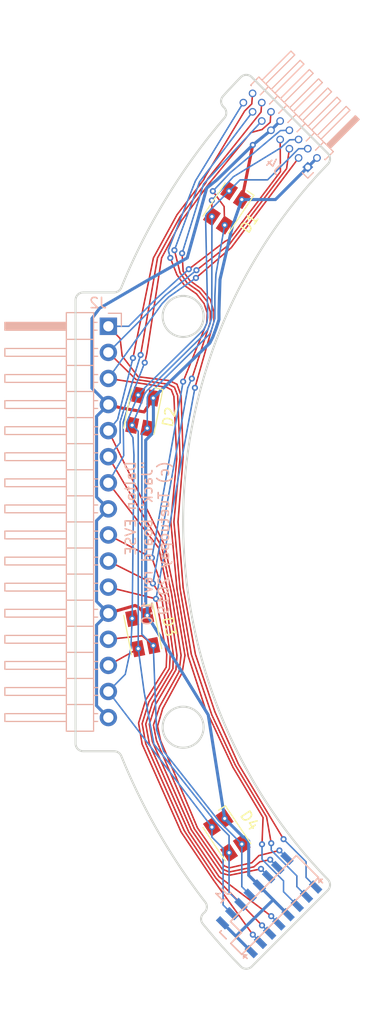
<source format=kicad_pcb>
(kicad_pcb (version 20171130) (host pcbnew "(5.1.0)-1")

  (general
    (thickness 1.6)
    (drawings 25)
    (tracks 394)
    (zones 0)
    (modules 8)
    (nets 14)
  )

  (page A4)
  (layers
    (0 F.Cu signal)
    (31 B.Cu signal)
    (32 B.Adhes user)
    (33 F.Adhes user)
    (34 B.Paste user)
    (35 F.Paste user)
    (36 B.SilkS user)
    (37 F.SilkS user)
    (38 B.Mask user)
    (39 F.Mask user)
    (40 Dwgs.User user)
    (41 Cmts.User user)
    (42 Eco1.User user)
    (43 Eco2.User user)
    (44 Edge.Cuts user)
    (45 Margin user)
    (46 B.CrtYd user)
    (47 F.CrtYd user)
    (48 B.Fab user)
    (49 F.Fab user)
  )

  (setup
    (last_trace_width 0.15)
    (user_trace_width 0.15)
    (user_trace_width 0.3)
    (trace_clearance 0.15)
    (zone_clearance 0.508)
    (zone_45_only no)
    (trace_min 0.1)
    (via_size 0.6)
    (via_drill 0.3)
    (via_min_size 0.4)
    (via_min_drill 0.3)
    (uvia_size 0.3)
    (uvia_drill 0.1)
    (uvias_allowed no)
    (uvia_min_size 0.2)
    (uvia_min_drill 0.1)
    (edge_width 0.05)
    (segment_width 0.2)
    (pcb_text_width 0.3)
    (pcb_text_size 1.5 1.5)
    (mod_edge_width 0.12)
    (mod_text_size 1 1)
    (mod_text_width 0.15)
    (pad_size 1.524 1.524)
    (pad_drill 0.762)
    (pad_to_mask_clearance 0.051)
    (solder_mask_min_width 0.25)
    (aux_axis_origin 180 110)
    (grid_origin 180 110)
    (visible_elements 7FFFFFFF)
    (pcbplotparams
      (layerselection 0x010fc_ffffffff)
      (usegerberextensions false)
      (usegerberattributes false)
      (usegerberadvancedattributes false)
      (creategerberjobfile false)
      (excludeedgelayer true)
      (linewidth 0.100000)
      (plotframeref false)
      (viasonmask false)
      (mode 1)
      (useauxorigin false)
      (hpglpennumber 1)
      (hpglpenspeed 20)
      (hpglpendiameter 15.000000)
      (psnegative false)
      (psa4output false)
      (plotreference true)
      (plotvalue true)
      (plotinvisibletext false)
      (padsonsilk false)
      (subtractmaskfromsilk false)
      (outputformat 1)
      (mirror false)
      (drillshape 1)
      (scaleselection 1)
      (outputdirectory ""))
  )

  (net 0 "")
  (net 1 /R0)
  (net 2 /G0)
  (net 3 /B0)
  (net 4 +5V)
  (net 5 /R1)
  (net 6 /G1)
  (net 7 /B1)
  (net 8 /R2)
  (net 9 /R3)
  (net 10 /G2)
  (net 11 /G3)
  (net 12 /B2)
  (net 13 /B3)

  (net_class Default "This is the default net class."
    (clearance 0.15)
    (trace_width 0.15)
    (via_dia 0.6)
    (via_drill 0.3)
    (uvia_dia 0.3)
    (uvia_drill 0.1)
    (add_net /B0)
    (add_net /B1)
    (add_net /B2)
    (add_net /B3)
    (add_net /G0)
    (add_net /G1)
    (add_net /G2)
    (add_net /G3)
    (add_net /R0)
    (add_net /R1)
    (add_net /R2)
    (add_net /R3)
  )

  (net_class Power ""
    (clearance 0.15)
    (trace_width 0.3)
    (via_dia 0.6)
    (via_drill 0.3)
    (uvia_dia 0.3)
    (uvia_drill 0.1)
    (add_net +5V)
  )

 

  (module ma4evse:LED_Avago_PLCC4_3.2x2.8mm_CW (layer F.Cu) (tedit 5DB60846) (tstamp 5DC96596)
    (at 134.269172 140.556362 303.9)
    (descr https://docs.broadcom.com/docs/AV02-4186EN)
    (tags "LED Avago PLCC-4 ASMB-MTB0-0A3A2")
    (path /5DC91143)
    (attr smd)
    (fp_text reference D4 (at 0 -2.65 303.9) (layer F.SilkS)
      (effects (font (size 1 1) (thickness 0.15)))
    )
    (fp_text value ASMB-MTB0-0A3A2 (at 0 2.65 303.9) (layer F.Fab)
      (effects (font (size 1 1) (thickness 0.15)))
    )
    (fp_text user %R (at 0 0 303.9) (layer F.Fab)
      (effects (font (size 0.5 0.5) (thickness 0.075)))
    )
    (fp_line (start -0.6 -1.4) (end -1.6 -0.4) (layer F.Fab) (width 0.1))
    (fp_line (start -1.6 -1.4) (end -1.6 1.4) (layer F.Fab) (width 0.1))
    (fp_line (start -1.6 1.4) (end 1.6 1.4) (layer F.Fab) (width 0.1))
    (fp_line (start 1.6 1.4) (end 1.6 -1.4) (layer F.Fab) (width 0.1))
    (fp_line (start 1.6 -1.4) (end -1.6 -1.4) (layer F.Fab) (width 0.1))
    (fp_line (start -2.5 -0.7) (end -2.5 -1.5) (layer F.SilkS) (width 0.12))
    (fp_line (start -2.500044 -1.5) (end 1.95 -1.5) (layer F.SilkS) (width 0.12))
    (fp_line (start -1.95 1.5) (end 1.95 1.5) (layer F.SilkS) (width 0.12))
    (fp_line (start -2.5 -1.65) (end 2.5 -1.65) (layer F.CrtYd) (width 0.05))
    (fp_line (start -2.5 -1.65) (end -2.5 1.65) (layer F.CrtYd) (width 0.05))
    (fp_line (start 2.5 1.65) (end 2.5 -1.65) (layer F.CrtYd) (width 0.05))
    (fp_line (start 2.5 1.65) (end -2.5 1.65) (layer F.CrtYd) (width 0.05))
    (fp_circle (center 0 0) (end 1.12 0) (layer F.Fab) (width 0.1))
    (pad 1 smd rect (at -1.5 -0.75 303.9) (size 1.5 1.1) (layers F.Cu F.Paste F.Mask)
      (net 4 +5V))
    (pad 2 smd rect (at 1.5 -0.75 303.9) (size 1.5 1.1) (layers F.Cu F.Paste F.Mask)
      (net 3 /B0))
    (pad 3 smd rect (at 1.5 0.75 303.9) (size 1.5 1.1) (layers F.Cu F.Paste F.Mask)
      (net 2 /G0))
    (pad 4 smd rect (at -1.5 0.75 303.9) (size 1.5 1.1) (layers F.Cu F.Paste F.Mask)
      (net 1 /R0))
    (model ${KIPRJMOD}/../ma4evse/3d/ASMB-MTB0-0A3A2.step
      (offset (xyz -0.75 -1.15 0))
      (scale (xyz 1 1 1))
      (rotate (xyz -90 0 90))
    )
  )

  (module ma4evse:LED_Avago_PLCC4_3.2x2.8mm_CW (layer F.Cu) (tedit 5DB60846) (tstamp 5DC96580)
    (at 126.05681 120.729967 281.3)
    (descr https://docs.broadcom.com/docs/AV02-4186EN)
    (tags "LED Avago PLCC-4 ASMB-MTB0-0A3A2")
    (path /5DC90511)
    (attr smd)
    (fp_text reference D3 (at 0 -2.65 281.3) (layer F.SilkS)
      (effects (font (size 1 1) (thickness 0.15)))
    )
    (fp_text value ASMB-MTB0-0A3A2 (at 0 2.65 281.3) (layer F.Fab)
      (effects (font (size 1 1) (thickness 0.15)))
    )
    (fp_text user %R (at 0 0 281.3) (layer F.Fab)
      (effects (font (size 0.5 0.5) (thickness 0.075)))
    )
    (fp_line (start -0.6 -1.4) (end -1.6 -0.4) (layer F.Fab) (width 0.1))
    (fp_line (start -1.6 -1.4) (end -1.6 1.4) (layer F.Fab) (width 0.1))
    (fp_line (start -1.6 1.4) (end 1.6 1.4) (layer F.Fab) (width 0.1))
    (fp_line (start 1.6 1.4) (end 1.6 -1.4) (layer F.Fab) (width 0.1))
    (fp_line (start 1.6 -1.4) (end -1.6 -1.4) (layer F.Fab) (width 0.1))
    (fp_line (start -2.5 -0.7) (end -2.5 -1.5) (layer F.SilkS) (width 0.12))
    (fp_line (start -2.500044 -1.5) (end 1.95 -1.5) (layer F.SilkS) (width 0.12))
    (fp_line (start -1.95 1.5) (end 1.95 1.5) (layer F.SilkS) (width 0.12))
    (fp_line (start -2.5 -1.65) (end 2.5 -1.65) (layer F.CrtYd) (width 0.05))
    (fp_line (start -2.5 -1.65) (end -2.5 1.65) (layer F.CrtYd) (width 0.05))
    (fp_line (start 2.5 1.65) (end 2.5 -1.65) (layer F.CrtYd) (width 0.05))
    (fp_line (start 2.5 1.65) (end -2.5 1.65) (layer F.CrtYd) (width 0.05))
    (fp_circle (center 0 0) (end 1.12 0) (layer F.Fab) (width 0.1))
    (pad 1 smd rect (at -1.5 -0.75 281.3) (size 1.5 1.1) (layers F.Cu F.Paste F.Mask)
      (net 4 +5V))
    (pad 2 smd rect (at 1.5 -0.75 281.3) (size 1.5 1.1) (layers F.Cu F.Paste F.Mask)
      (net 3 /B0))
    (pad 3 smd rect (at 1.5 0.75 281.3) (size 1.5 1.1) (layers F.Cu F.Paste F.Mask)
      (net 2 /G0))
    (pad 4 smd rect (at -1.5 0.75 281.3) (size 1.5 1.1) (layers F.Cu F.Paste F.Mask)
      (net 1 /R0))
    (model ${KIPRJMOD}/../ma4evse/3d/ASMB-MTB0-0A3A2.step
      (offset (xyz -0.75 -1.15 0))
      (scale (xyz 1 1 1))
      (rotate (xyz -90 0 90))
    )
  )

  (module ma4evse:LED_Avago_PLCC4_3.2x2.8mm_CW (layer F.Cu) (tedit 5DB60846) (tstamp 5DC9656A)
    (at 126.05681 99.270033 258.7)
    (descr https://docs.broadcom.com/docs/AV02-4186EN)
    (tags "LED Avago PLCC-4 ASMB-MTB0-0A3A2")
    (path /5DC8F685)
    (attr smd)
    (fp_text reference D2 (at 0 -2.65 258.7) (layer F.SilkS)
      (effects (font (size 1 1) (thickness 0.15)))
    )
    (fp_text value ASMB-MTB0-0A3A2 (at 0 2.65 258.7) (layer F.Fab)
      (effects (font (size 1 1) (thickness 0.15)))
    )
    (fp_text user %R (at 0 0 258.7) (layer F.Fab)
      (effects (font (size 0.5 0.5) (thickness 0.075)))
    )
    (fp_line (start -0.6 -1.4) (end -1.6 -0.4) (layer F.Fab) (width 0.1))
    (fp_line (start -1.6 -1.4) (end -1.6 1.4) (layer F.Fab) (width 0.1))
    (fp_line (start -1.6 1.4) (end 1.6 1.4) (layer F.Fab) (width 0.1))
    (fp_line (start 1.6 1.4) (end 1.6 -1.4) (layer F.Fab) (width 0.1))
    (fp_line (start 1.6 -1.4) (end -1.6 -1.4) (layer F.Fab) (width 0.1))
    (fp_line (start -2.5 -0.7) (end -2.5 -1.5) (layer F.SilkS) (width 0.12))
    (fp_line (start -2.500044 -1.5) (end 1.95 -1.5) (layer F.SilkS) (width 0.12))
    (fp_line (start -1.95 1.5) (end 1.95 1.5) (layer F.SilkS) (width 0.12))
    (fp_line (start -2.5 -1.65) (end 2.5 -1.65) (layer F.CrtYd) (width 0.05))
    (fp_line (start -2.5 -1.65) (end -2.5 1.65) (layer F.CrtYd) (width 0.05))
    (fp_line (start 2.5 1.65) (end 2.5 -1.65) (layer F.CrtYd) (width 0.05))
    (fp_line (start 2.5 1.65) (end -2.5 1.65) (layer F.CrtYd) (width 0.05))
    (fp_circle (center 0 0) (end 1.12 0) (layer F.Fab) (width 0.1))
    (pad 1 smd rect (at -1.5 -0.75 258.7) (size 1.5 1.1) (layers F.Cu F.Paste F.Mask)
      (net 4 +5V))
    (pad 2 smd rect (at 1.5 -0.75 258.7) (size 1.5 1.1) (layers F.Cu F.Paste F.Mask)
      (net 3 /B0))
    (pad 3 smd rect (at 1.5 0.75 258.7) (size 1.5 1.1) (layers F.Cu F.Paste F.Mask)
      (net 2 /G0))
    (pad 4 smd rect (at -1.5 0.75 258.7) (size 1.5 1.1) (layers F.Cu F.Paste F.Mask)
      (net 1 /R0))
    (model ${KIPRJMOD}/../ma4evse/3d/ASMB-MTB0-0A3A2.step
      (offset (xyz -0.75 -1.15 0))
      (scale (xyz 1 1 1))
      (rotate (xyz -90 0 90))
    )
  )

  (module ma4evse:LED_Avago_PLCC4_3.2x2.8mm_CW (layer F.Cu) (tedit 5DB60846) (tstamp 5DC96554)
    (at 134.269172 79.443638 236.1)
    (descr https://docs.broadcom.com/docs/AV02-4186EN)
    (tags "LED Avago PLCC-4 ASMB-MTB0-0A3A2")
    (path /5DC8CBB5)
    (attr smd)
    (fp_text reference D1 (at 0 -2.65 236.1) (layer F.SilkS)
      (effects (font (size 1 1) (thickness 0.15)))
    )
    (fp_text value ASMB-MTB0-0A3A2 (at 0 2.65 236.1) (layer F.Fab)
      (effects (font (size 1 1) (thickness 0.15)))
    )
    (fp_text user %R (at 0 0 236.1) (layer F.Fab)
      (effects (font (size 0.5 0.5) (thickness 0.075)))
    )
    (fp_line (start -0.6 -1.4) (end -1.6 -0.4) (layer F.Fab) (width 0.1))
    (fp_line (start -1.6 -1.4) (end -1.6 1.4) (layer F.Fab) (width 0.1))
    (fp_line (start -1.6 1.4) (end 1.6 1.4) (layer F.Fab) (width 0.1))
    (fp_line (start 1.6 1.4) (end 1.6 -1.4) (layer F.Fab) (width 0.1))
    (fp_line (start 1.6 -1.4) (end -1.6 -1.4) (layer F.Fab) (width 0.1))
    (fp_line (start -2.5 -0.7) (end -2.5 -1.5) (layer F.SilkS) (width 0.12))
    (fp_line (start -2.500044 -1.5) (end 1.95 -1.5) (layer F.SilkS) (width 0.12))
    (fp_line (start -1.95 1.5) (end 1.95 1.5) (layer F.SilkS) (width 0.12))
    (fp_line (start -2.5 -1.65) (end 2.5 -1.65) (layer F.CrtYd) (width 0.05))
    (fp_line (start -2.5 -1.65) (end -2.5 1.65) (layer F.CrtYd) (width 0.05))
    (fp_line (start 2.5 1.65) (end 2.5 -1.65) (layer F.CrtYd) (width 0.05))
    (fp_line (start 2.5 1.65) (end -2.5 1.65) (layer F.CrtYd) (width 0.05))
    (fp_circle (center 0 0) (end 1.12 0) (layer F.Fab) (width 0.1))
    (pad 1 smd rect (at -1.5 -0.75 236.1) (size 1.5 1.1) (layers F.Cu F.Paste F.Mask)
      (net 4 +5V))
    (pad 2 smd rect (at 1.5 -0.75 236.1) (size 1.5 1.1) (layers F.Cu F.Paste F.Mask)
      (net 3 /B0))
    (pad 3 smd rect (at 1.5 0.75 236.1) (size 1.5 1.1) (layers F.Cu F.Paste F.Mask)
      (net 2 /G0))
    (pad 4 smd rect (at -1.5 0.75 236.1) (size 1.5 1.1) (layers F.Cu F.Paste F.Mask)
      (net 1 /R0))
    (model ${KIPRJMOD}/../ma4evse/3d/ASMB-MTB0-0A3A2.step
      (offset (xyz -0.75 -1.15 0))
      (scale (xyz 1 1 1))
      (rotate (xyz -90 0 90))
    )
  )

  (module Connector_PinHeader_2.54mm:PinHeader_1x16_P2.54mm_Horizontal (layer B.Cu) (tedit 59FED5CB) (tstamp 5DCB2EAD)
    (at 122.7 90.96 180)
    (descr "Through hole angled pin header, 1x16, 2.54mm pitch, 6mm pin length, single row")
    (tags "Through hole angled pin header THT 1x16 2.54mm single row")
    (path /5DD5AF38)
    (fp_text reference J2 (at 1 2.27 180) (layer B.SilkS)
      (effects (font (size 1 1) (thickness 0.15)) (justify mirror))
    )
    (fp_text value Conn_01x16 (at 4.385 -40.37 180) (layer B.Fab)
      (effects (font (size 1 1) (thickness 0.15)) (justify mirror))
    )
    (fp_text user %R (at 2.77 -19.05 90) (layer B.Fab)
      (effects (font (size 1 1) (thickness 0.15)) (justify mirror))
    )
    (fp_line (start 10.55 1.8) (end -1.8 1.8) (layer B.CrtYd) (width 0.05))
    (fp_line (start 10.55 -39.9) (end 10.55 1.8) (layer B.CrtYd) (width 0.05))
    (fp_line (start -1.8 -39.9) (end 10.55 -39.9) (layer B.CrtYd) (width 0.05))
    (fp_line (start -1.8 1.8) (end -1.8 -39.9) (layer B.CrtYd) (width 0.05))
    (fp_line (start -1.27 1.27) (end 0 1.27) (layer B.SilkS) (width 0.12))
    (fp_line (start -1.27 0) (end -1.27 1.27) (layer B.SilkS) (width 0.12))
    (fp_line (start 1.042929 -38.48) (end 1.44 -38.48) (layer B.SilkS) (width 0.12))
    (fp_line (start 1.042929 -37.72) (end 1.44 -37.72) (layer B.SilkS) (width 0.12))
    (fp_line (start 10.1 -38.48) (end 4.1 -38.48) (layer B.SilkS) (width 0.12))
    (fp_line (start 10.1 -37.72) (end 10.1 -38.48) (layer B.SilkS) (width 0.12))
    (fp_line (start 4.1 -37.72) (end 10.1 -37.72) (layer B.SilkS) (width 0.12))
    (fp_line (start 1.44 -36.83) (end 4.1 -36.83) (layer B.SilkS) (width 0.12))
    (fp_line (start 1.042929 -35.94) (end 1.44 -35.94) (layer B.SilkS) (width 0.12))
    (fp_line (start 1.042929 -35.18) (end 1.44 -35.18) (layer B.SilkS) (width 0.12))
    (fp_line (start 10.1 -35.94) (end 4.1 -35.94) (layer B.SilkS) (width 0.12))
    (fp_line (start 10.1 -35.18) (end 10.1 -35.94) (layer B.SilkS) (width 0.12))
    (fp_line (start 4.1 -35.18) (end 10.1 -35.18) (layer B.SilkS) (width 0.12))
    (fp_line (start 1.44 -34.29) (end 4.1 -34.29) (layer B.SilkS) (width 0.12))
    (fp_line (start 1.042929 -33.4) (end 1.44 -33.4) (layer B.SilkS) (width 0.12))
    (fp_line (start 1.042929 -32.64) (end 1.44 -32.64) (layer B.SilkS) (width 0.12))
    (fp_line (start 10.1 -33.4) (end 4.1 -33.4) (layer B.SilkS) (width 0.12))
    (fp_line (start 10.1 -32.64) (end 10.1 -33.4) (layer B.SilkS) (width 0.12))
    (fp_line (start 4.1 -32.64) (end 10.1 -32.64) (layer B.SilkS) (width 0.12))
    (fp_line (start 1.44 -31.75) (end 4.1 -31.75) (layer B.SilkS) (width 0.12))
    (fp_line (start 1.042929 -30.86) (end 1.44 -30.86) (layer B.SilkS) (width 0.12))
    (fp_line (start 1.042929 -30.1) (end 1.44 -30.1) (layer B.SilkS) (width 0.12))
    (fp_line (start 10.1 -30.86) (end 4.1 -30.86) (layer B.SilkS) (width 0.12))
    (fp_line (start 10.1 -30.1) (end 10.1 -30.86) (layer B.SilkS) (width 0.12))
    (fp_line (start 4.1 -30.1) (end 10.1 -30.1) (layer B.SilkS) (width 0.12))
    (fp_line (start 1.44 -29.21) (end 4.1 -29.21) (layer B.SilkS) (width 0.12))
    (fp_line (start 1.042929 -28.32) (end 1.44 -28.32) (layer B.SilkS) (width 0.12))
    (fp_line (start 1.042929 -27.56) (end 1.44 -27.56) (layer B.SilkS) (width 0.12))
    (fp_line (start 10.1 -28.32) (end 4.1 -28.32) (layer B.SilkS) (width 0.12))
    (fp_line (start 10.1 -27.56) (end 10.1 -28.32) (layer B.SilkS) (width 0.12))
    (fp_line (start 4.1 -27.56) (end 10.1 -27.56) (layer B.SilkS) (width 0.12))
    (fp_line (start 1.44 -26.67) (end 4.1 -26.67) (layer B.SilkS) (width 0.12))
    (fp_line (start 1.042929 -25.78) (end 1.44 -25.78) (layer B.SilkS) (width 0.12))
    (fp_line (start 1.042929 -25.02) (end 1.44 -25.02) (layer B.SilkS) (width 0.12))
    (fp_line (start 10.1 -25.78) (end 4.1 -25.78) (layer B.SilkS) (width 0.12))
    (fp_line (start 10.1 -25.02) (end 10.1 -25.78) (layer B.SilkS) (width 0.12))
    (fp_line (start 4.1 -25.02) (end 10.1 -25.02) (layer B.SilkS) (width 0.12))
    (fp_line (start 1.44 -24.13) (end 4.1 -24.13) (layer B.SilkS) (width 0.12))
    (fp_line (start 1.042929 -23.24) (end 1.44 -23.24) (layer B.SilkS) (width 0.12))
    (fp_line (start 1.042929 -22.48) (end 1.44 -22.48) (layer B.SilkS) (width 0.12))
    (fp_line (start 10.1 -23.24) (end 4.1 -23.24) (layer B.SilkS) (width 0.12))
    (fp_line (start 10.1 -22.48) (end 10.1 -23.24) (layer B.SilkS) (width 0.12))
    (fp_line (start 4.1 -22.48) (end 10.1 -22.48) (layer B.SilkS) (width 0.12))
    (fp_line (start 1.44 -21.59) (end 4.1 -21.59) (layer B.SilkS) (width 0.12))
    (fp_line (start 1.042929 -20.7) (end 1.44 -20.7) (layer B.SilkS) (width 0.12))
    (fp_line (start 1.042929 -19.94) (end 1.44 -19.94) (layer B.SilkS) (width 0.12))
    (fp_line (start 10.1 -20.7) (end 4.1 -20.7) (layer B.SilkS) (width 0.12))
    (fp_line (start 10.1 -19.94) (end 10.1 -20.7) (layer B.SilkS) (width 0.12))
    (fp_line (start 4.1 -19.94) (end 10.1 -19.94) (layer B.SilkS) (width 0.12))
    (fp_line (start 1.44 -19.05) (end 4.1 -19.05) (layer B.SilkS) (width 0.12))
    (fp_line (start 1.042929 -18.16) (end 1.44 -18.16) (layer B.SilkS) (width 0.12))
    (fp_line (start 1.042929 -17.4) (end 1.44 -17.4) (layer B.SilkS) (width 0.12))
    (fp_line (start 10.1 -18.16) (end 4.1 -18.16) (layer B.SilkS) (width 0.12))
    (fp_line (start 10.1 -17.4) (end 10.1 -18.16) (layer B.SilkS) (width 0.12))
    (fp_line (start 4.1 -17.4) (end 10.1 -17.4) (layer B.SilkS) (width 0.12))
    (fp_line (start 1.44 -16.51) (end 4.1 -16.51) (layer B.SilkS) (width 0.12))
    (fp_line (start 1.042929 -15.62) (end 1.44 -15.62) (layer B.SilkS) (width 0.12))
    (fp_line (start 1.042929 -14.86) (end 1.44 -14.86) (layer B.SilkS) (width 0.12))
    (fp_line (start 10.1 -15.62) (end 4.1 -15.62) (layer B.SilkS) (width 0.12))
    (fp_line (start 10.1 -14.86) (end 10.1 -15.62) (layer B.SilkS) (width 0.12))
    (fp_line (start 4.1 -14.86) (end 10.1 -14.86) (layer B.SilkS) (width 0.12))
    (fp_line (start 1.44 -13.97) (end 4.1 -13.97) (layer B.SilkS) (width 0.12))
    (fp_line (start 1.042929 -13.08) (end 1.44 -13.08) (layer B.SilkS) (width 0.12))
    (fp_line (start 1.042929 -12.32) (end 1.44 -12.32) (layer B.SilkS) (width 0.12))
    (fp_line (start 10.1 -13.08) (end 4.1 -13.08) (layer B.SilkS) (width 0.12))
    (fp_line (start 10.1 -12.32) (end 10.1 -13.08) (layer B.SilkS) (width 0.12))
    (fp_line (start 4.1 -12.32) (end 10.1 -12.32) (layer B.SilkS) (width 0.12))
    (fp_line (start 1.44 -11.43) (end 4.1 -11.43) (layer B.SilkS) (width 0.12))
    (fp_line (start 1.042929 -10.54) (end 1.44 -10.54) (layer B.SilkS) (width 0.12))
    (fp_line (start 1.042929 -9.78) (end 1.44 -9.78) (layer B.SilkS) (width 0.12))
    (fp_line (start 10.1 -10.54) (end 4.1 -10.54) (layer B.SilkS) (width 0.12))
    (fp_line (start 10.1 -9.78) (end 10.1 -10.54) (layer B.SilkS) (width 0.12))
    (fp_line (start 4.1 -9.78) (end 10.1 -9.78) (layer B.SilkS) (width 0.12))
    (fp_line (start 1.44 -8.89) (end 4.1 -8.89) (layer B.SilkS) (width 0.12))
    (fp_line (start 1.042929 -8) (end 1.44 -8) (layer B.SilkS) (width 0.12))
    (fp_line (start 1.042929 -7.24) (end 1.44 -7.24) (layer B.SilkS) (width 0.12))
    (fp_line (start 10.1 -8) (end 4.1 -8) (layer B.SilkS) (width 0.12))
    (fp_line (start 10.1 -7.24) (end 10.1 -8) (layer B.SilkS) (width 0.12))
    (fp_line (start 4.1 -7.24) (end 10.1 -7.24) (layer B.SilkS) (width 0.12))
    (fp_line (start 1.44 -6.35) (end 4.1 -6.35) (layer B.SilkS) (width 0.12))
    (fp_line (start 1.042929 -5.46) (end 1.44 -5.46) (layer B.SilkS) (width 0.12))
    (fp_line (start 1.042929 -4.7) (end 1.44 -4.7) (layer B.SilkS) (width 0.12))
    (fp_line (start 10.1 -5.46) (end 4.1 -5.46) (layer B.SilkS) (width 0.12))
    (fp_line (start 10.1 -4.7) (end 10.1 -5.46) (layer B.SilkS) (width 0.12))
    (fp_line (start 4.1 -4.7) (end 10.1 -4.7) (layer B.SilkS) (width 0.12))
    (fp_line (start 1.44 -3.81) (end 4.1 -3.81) (layer B.SilkS) (width 0.12))
    (fp_line (start 1.042929 -2.92) (end 1.44 -2.92) (layer B.SilkS) (width 0.12))
    (fp_line (start 1.042929 -2.16) (end 1.44 -2.16) (layer B.SilkS) (width 0.12))
    (fp_line (start 10.1 -2.92) (end 4.1 -2.92) (layer B.SilkS) (width 0.12))
    (fp_line (start 10.1 -2.16) (end 10.1 -2.92) (layer B.SilkS) (width 0.12))
    (fp_line (start 4.1 -2.16) (end 10.1 -2.16) (layer B.SilkS) (width 0.12))
    (fp_line (start 1.44 -1.27) (end 4.1 -1.27) (layer B.SilkS) (width 0.12))
    (fp_line (start 1.11 -0.38) (end 1.44 -0.38) (layer B.SilkS) (width 0.12))
    (fp_line (start 1.11 0.38) (end 1.44 0.38) (layer B.SilkS) (width 0.12))
    (fp_line (start 4.1 -0.28) (end 10.1 -0.28) (layer B.SilkS) (width 0.12))
    (fp_line (start 4.1 -0.16) (end 10.1 -0.16) (layer B.SilkS) (width 0.12))
    (fp_line (start 4.1 -0.04) (end 10.1 -0.04) (layer B.SilkS) (width 0.12))
    (fp_line (start 4.1 0.08) (end 10.1 0.08) (layer B.SilkS) (width 0.12))
    (fp_line (start 4.1 0.2) (end 10.1 0.2) (layer B.SilkS) (width 0.12))
    (fp_line (start 4.1 0.32) (end 10.1 0.32) (layer B.SilkS) (width 0.12))
    (fp_line (start 10.1 -0.38) (end 4.1 -0.38) (layer B.SilkS) (width 0.12))
    (fp_line (start 10.1 0.38) (end 10.1 -0.38) (layer B.SilkS) (width 0.12))
    (fp_line (start 4.1 0.38) (end 10.1 0.38) (layer B.SilkS) (width 0.12))
    (fp_line (start 4.1 1.33) (end 1.44 1.33) (layer B.SilkS) (width 0.12))
    (fp_line (start 4.1 -39.43) (end 4.1 1.33) (layer B.SilkS) (width 0.12))
    (fp_line (start 1.44 -39.43) (end 4.1 -39.43) (layer B.SilkS) (width 0.12))
    (fp_line (start 1.44 1.33) (end 1.44 -39.43) (layer B.SilkS) (width 0.12))
    (fp_line (start 4.04 -38.42) (end 10.04 -38.42) (layer B.Fab) (width 0.1))
    (fp_line (start 10.04 -37.78) (end 10.04 -38.42) (layer B.Fab) (width 0.1))
    (fp_line (start 4.04 -37.78) (end 10.04 -37.78) (layer B.Fab) (width 0.1))
    (fp_line (start -0.32 -38.42) (end 1.5 -38.42) (layer B.Fab) (width 0.1))
    (fp_line (start -0.32 -37.78) (end -0.32 -38.42) (layer B.Fab) (width 0.1))
    (fp_line (start -0.32 -37.78) (end 1.5 -37.78) (layer B.Fab) (width 0.1))
    (fp_line (start 4.04 -35.88) (end 10.04 -35.88) (layer B.Fab) (width 0.1))
    (fp_line (start 10.04 -35.24) (end 10.04 -35.88) (layer B.Fab) (width 0.1))
    (fp_line (start 4.04 -35.24) (end 10.04 -35.24) (layer B.Fab) (width 0.1))
    (fp_line (start -0.32 -35.88) (end 1.5 -35.88) (layer B.Fab) (width 0.1))
    (fp_line (start -0.32 -35.24) (end -0.32 -35.88) (layer B.Fab) (width 0.1))
    (fp_line (start -0.32 -35.24) (end 1.5 -35.24) (layer B.Fab) (width 0.1))
    (fp_line (start 4.04 -33.34) (end 10.04 -33.34) (layer B.Fab) (width 0.1))
    (fp_line (start 10.04 -32.7) (end 10.04 -33.34) (layer B.Fab) (width 0.1))
    (fp_line (start 4.04 -32.7) (end 10.04 -32.7) (layer B.Fab) (width 0.1))
    (fp_line (start -0.32 -33.34) (end 1.5 -33.34) (layer B.Fab) (width 0.1))
    (fp_line (start -0.32 -32.7) (end -0.32 -33.34) (layer B.Fab) (width 0.1))
    (fp_line (start -0.32 -32.7) (end 1.5 -32.7) (layer B.Fab) (width 0.1))
    (fp_line (start 4.04 -30.8) (end 10.04 -30.8) (layer B.Fab) (width 0.1))
    (fp_line (start 10.04 -30.16) (end 10.04 -30.8) (layer B.Fab) (width 0.1))
    (fp_line (start 4.04 -30.16) (end 10.04 -30.16) (layer B.Fab) (width 0.1))
    (fp_line (start -0.32 -30.8) (end 1.5 -30.8) (layer B.Fab) (width 0.1))
    (fp_line (start -0.32 -30.16) (end -0.32 -30.8) (layer B.Fab) (width 0.1))
    (fp_line (start -0.32 -30.16) (end 1.5 -30.16) (layer B.Fab) (width 0.1))
    (fp_line (start 4.04 -28.26) (end 10.04 -28.26) (layer B.Fab) (width 0.1))
    (fp_line (start 10.04 -27.62) (end 10.04 -28.26) (layer B.Fab) (width 0.1))
    (fp_line (start 4.04 -27.62) (end 10.04 -27.62) (layer B.Fab) (width 0.1))
    (fp_line (start -0.32 -28.26) (end 1.5 -28.26) (layer B.Fab) (width 0.1))
    (fp_line (start -0.32 -27.62) (end -0.32 -28.26) (layer B.Fab) (width 0.1))
    (fp_line (start -0.32 -27.62) (end 1.5 -27.62) (layer B.Fab) (width 0.1))
    (fp_line (start 4.04 -25.72) (end 10.04 -25.72) (layer B.Fab) (width 0.1))
    (fp_line (start 10.04 -25.08) (end 10.04 -25.72) (layer B.Fab) (width 0.1))
    (fp_line (start 4.04 -25.08) (end 10.04 -25.08) (layer B.Fab) (width 0.1))
    (fp_line (start -0.32 -25.72) (end 1.5 -25.72) (layer B.Fab) (width 0.1))
    (fp_line (start -0.32 -25.08) (end -0.32 -25.72) (layer B.Fab) (width 0.1))
    (fp_line (start -0.32 -25.08) (end 1.5 -25.08) (layer B.Fab) (width 0.1))
    (fp_line (start 4.04 -23.18) (end 10.04 -23.18) (layer B.Fab) (width 0.1))
    (fp_line (start 10.04 -22.54) (end 10.04 -23.18) (layer B.Fab) (width 0.1))
    (fp_line (start 4.04 -22.54) (end 10.04 -22.54) (layer B.Fab) (width 0.1))
    (fp_line (start -0.32 -23.18) (end 1.5 -23.18) (layer B.Fab) (width 0.1))
    (fp_line (start -0.32 -22.54) (end -0.32 -23.18) (layer B.Fab) (width 0.1))
    (fp_line (start -0.32 -22.54) (end 1.5 -22.54) (layer B.Fab) (width 0.1))
    (fp_line (start 4.04 -20.64) (end 10.04 -20.64) (layer B.Fab) (width 0.1))
    (fp_line (start 10.04 -20) (end 10.04 -20.64) (layer B.Fab) (width 0.1))
    (fp_line (start 4.04 -20) (end 10.04 -20) (layer B.Fab) (width 0.1))
    (fp_line (start -0.32 -20.64) (end 1.5 -20.64) (layer B.Fab) (width 0.1))
    (fp_line (start -0.32 -20) (end -0.32 -20.64) (layer B.Fab) (width 0.1))
    (fp_line (start -0.32 -20) (end 1.5 -20) (layer B.Fab) (width 0.1))
    (fp_line (start 4.04 -18.1) (end 10.04 -18.1) (layer B.Fab) (width 0.1))
    (fp_line (start 10.04 -17.46) (end 10.04 -18.1) (layer B.Fab) (width 0.1))
    (fp_line (start 4.04 -17.46) (end 10.04 -17.46) (layer B.Fab) (width 0.1))
    (fp_line (start -0.32 -18.1) (end 1.5 -18.1) (layer B.Fab) (width 0.1))
    (fp_line (start -0.32 -17.46) (end -0.32 -18.1) (layer B.Fab) (width 0.1))
    (fp_line (start -0.32 -17.46) (end 1.5 -17.46) (layer B.Fab) (width 0.1))
    (fp_line (start 4.04 -15.56) (end 10.04 -15.56) (layer B.Fab) (width 0.1))
    (fp_line (start 10.04 -14.92) (end 10.04 -15.56) (layer B.Fab) (width 0.1))
    (fp_line (start 4.04 -14.92) (end 10.04 -14.92) (layer B.Fab) (width 0.1))
    (fp_line (start -0.32 -15.56) (end 1.5 -15.56) (layer B.Fab) (width 0.1))
    (fp_line (start -0.32 -14.92) (end -0.32 -15.56) (layer B.Fab) (width 0.1))
    (fp_line (start -0.32 -14.92) (end 1.5 -14.92) (layer B.Fab) (width 0.1))
    (fp_line (start 4.04 -13.02) (end 10.04 -13.02) (layer B.Fab) (width 0.1))
    (fp_line (start 10.04 -12.38) (end 10.04 -13.02) (layer B.Fab) (width 0.1))
    (fp_line (start 4.04 -12.38) (end 10.04 -12.38) (layer B.Fab) (width 0.1))
    (fp_line (start -0.32 -13.02) (end 1.5 -13.02) (layer B.Fab) (width 0.1))
    (fp_line (start -0.32 -12.38) (end -0.32 -13.02) (layer B.Fab) (width 0.1))
    (fp_line (start -0.32 -12.38) (end 1.5 -12.38) (layer B.Fab) (width 0.1))
    (fp_line (start 4.04 -10.48) (end 10.04 -10.48) (layer B.Fab) (width 0.1))
    (fp_line (start 10.04 -9.84) (end 10.04 -10.48) (layer B.Fab) (width 0.1))
    (fp_line (start 4.04 -9.84) (end 10.04 -9.84) (layer B.Fab) (width 0.1))
    (fp_line (start -0.32 -10.48) (end 1.5 -10.48) (layer B.Fab) (width 0.1))
    (fp_line (start -0.32 -9.84) (end -0.32 -10.48) (layer B.Fab) (width 0.1))
    (fp_line (start -0.32 -9.84) (end 1.5 -9.84) (layer B.Fab) (width 0.1))
    (fp_line (start 4.04 -7.94) (end 10.04 -7.94) (layer B.Fab) (width 0.1))
    (fp_line (start 10.04 -7.3) (end 10.04 -7.94) (layer B.Fab) (width 0.1))
    (fp_line (start 4.04 -7.3) (end 10.04 -7.3) (layer B.Fab) (width 0.1))
    (fp_line (start -0.32 -7.94) (end 1.5 -7.94) (layer B.Fab) (width 0.1))
    (fp_line (start -0.32 -7.3) (end -0.32 -7.94) (layer B.Fab) (width 0.1))
    (fp_line (start -0.32 -7.3) (end 1.5 -7.3) (layer B.Fab) (width 0.1))
    (fp_line (start 4.04 -5.4) (end 10.04 -5.4) (layer B.Fab) (width 0.1))
    (fp_line (start 10.04 -4.76) (end 10.04 -5.4) (layer B.Fab) (width 0.1))
    (fp_line (start 4.04 -4.76) (end 10.04 -4.76) (layer B.Fab) (width 0.1))
    (fp_line (start -0.32 -5.4) (end 1.5 -5.4) (layer B.Fab) (width 0.1))
    (fp_line (start -0.32 -4.76) (end -0.32 -5.4) (layer B.Fab) (width 0.1))
    (fp_line (start -0.32 -4.76) (end 1.5 -4.76) (layer B.Fab) (width 0.1))
    (fp_line (start 4.04 -2.86) (end 10.04 -2.86) (layer B.Fab) (width 0.1))
    (fp_line (start 10.04 -2.22) (end 10.04 -2.86) (layer B.Fab) (width 0.1))
    (fp_line (start 4.04 -2.22) (end 10.04 -2.22) (layer B.Fab) (width 0.1))
    (fp_line (start -0.32 -2.86) (end 1.5 -2.86) (layer B.Fab) (width 0.1))
    (fp_line (start -0.32 -2.22) (end -0.32 -2.86) (layer B.Fab) (width 0.1))
    (fp_line (start -0.32 -2.22) (end 1.5 -2.22) (layer B.Fab) (width 0.1))
    (fp_line (start 4.04 -0.32) (end 10.04 -0.32) (layer B.Fab) (width 0.1))
    (fp_line (start 10.04 0.32) (end 10.04 -0.32) (layer B.Fab) (width 0.1))
    (fp_line (start 4.04 0.32) (end 10.04 0.32) (layer B.Fab) (width 0.1))
    (fp_line (start -0.32 -0.32) (end 1.5 -0.32) (layer B.Fab) (width 0.1))
    (fp_line (start -0.32 0.32) (end -0.32 -0.32) (layer B.Fab) (width 0.1))
    (fp_line (start -0.32 0.32) (end 1.5 0.32) (layer B.Fab) (width 0.1))
    (fp_line (start 1.5 0.635) (end 2.135 1.27) (layer B.Fab) (width 0.1))
    (fp_line (start 1.5 -39.37) (end 1.5 0.635) (layer B.Fab) (width 0.1))
    (fp_line (start 4.04 -39.37) (end 1.5 -39.37) (layer B.Fab) (width 0.1))
    (fp_line (start 4.04 1.27) (end 4.04 -39.37) (layer B.Fab) (width 0.1))
    (fp_line (start 2.135 1.27) (end 4.04 1.27) (layer B.Fab) (width 0.1))
    (pad 16 thru_hole oval (at 0 -38.1 180) (size 1.7 1.7) (drill 1) (layers *.Cu *.Mask)
      (net 4 +5V))
    (pad 15 thru_hole oval (at 0 -35.56 180) (size 1.7 1.7) (drill 1) (layers *.Cu *.Mask)
      (net 1 /R0))
    (pad 14 thru_hole oval (at 0 -33.02 180) (size 1.7 1.7) (drill 1) (layers *.Cu *.Mask)
      (net 2 /G0))
    (pad 13 thru_hole oval (at 0 -30.48 180) (size 1.7 1.7) (drill 1) (layers *.Cu *.Mask)
      (net 3 /B0))
    (pad 12 thru_hole oval (at 0 -27.94 180) (size 1.7 1.7) (drill 1) (layers *.Cu *.Mask)
      (net 4 +5V))
    (pad 11 thru_hole oval (at 0 -25.4 180) (size 1.7 1.7) (drill 1) (layers *.Cu *.Mask)
      (net 5 /R1))
    (pad 10 thru_hole oval (at 0 -22.86 180) (size 1.7 1.7) (drill 1) (layers *.Cu *.Mask)
      (net 6 /G1))
    (pad 9 thru_hole oval (at 0 -20.32 180) (size 1.7 1.7) (drill 1) (layers *.Cu *.Mask)
      (net 7 /B1))
    (pad 8 thru_hole oval (at 0 -17.78 180) (size 1.7 1.7) (drill 1) (layers *.Cu *.Mask)
      (net 4 +5V))
    (pad 7 thru_hole oval (at 0 -15.24 180) (size 1.7 1.7) (drill 1) (layers *.Cu *.Mask)
      (net 8 /R2))
    (pad 6 thru_hole oval (at 0 -12.7 180) (size 1.7 1.7) (drill 1) (layers *.Cu *.Mask)
      (net 10 /G2))
    (pad 5 thru_hole oval (at 0 -10.16 180) (size 1.7 1.7) (drill 1) (layers *.Cu *.Mask)
      (net 12 /B2))
    (pad 4 thru_hole oval (at 0 -7.62 180) (size 1.7 1.7) (drill 1) (layers *.Cu *.Mask)
      (net 4 +5V))
    (pad 3 thru_hole oval (at 0 -5.08 180) (size 1.7 1.7) (drill 1) (layers *.Cu *.Mask)
      (net 9 /R3))
    (pad 2 thru_hole oval (at 0 -2.54 180) (size 1.7 1.7) (drill 1) (layers *.Cu *.Mask)
      (net 11 /G3))
    (pad 1 thru_hole rect (at 0 0 180) (size 1.7 1.7) (drill 1) (layers *.Cu *.Mask)
      (net 13 /B3))
    (model ${KISYS3DMOD}/Connector_PinHeader_2.54mm.3dshapes/PinHeader_1x16_P2.54mm_Horizontal.wrl
      (at (xyz 0 0 0))
      (scale (xyz 1 1 1))
      (rotate (xyz 0 0 0))
    )
  )

  (module ma4evse:PinHeader_2x08_P1.27mm_Horizontal (layer B.Cu) (tedit 5DCA1523) (tstamp 5DCA1A60)
    (at 142.165795 75.461846 45)
    (descr "Through hole angled pin header, 2x08, 1.27mm pitch, 4.0mm pin length, double rows")
    (tags "Through hole angled pin header THT 2x08 1.27mm double row")
    (path /5DCC41DD)
    (fp_text reference J4 (at -2.230179 -2.388353 135) (layer B.SilkS)
      (effects (font (size 1 1) (thickness 0.15)) (justify mirror))
    )
    (fp_text value Conn_02x08_Odd_Even (at 3.0675 -10.525 45) (layer B.Fab)
      (effects (font (size 1 1) (thickness 0.15)) (justify mirror))
    )
    (fp_text user %R (at 2.27 -4.445 -45) (layer B.Fab)
      (effects (font (size 0.6 0.6) (thickness 0.09)) (justify mirror))
    )
    (fp_line (start 7.3 1.15) (end -1.15 1.15) (layer B.CrtYd) (width 0.05))
    (fp_line (start 7.3 -10.05) (end 7.3 1.15) (layer B.CrtYd) (width 0.05))
    (fp_line (start -1.15 -10.05) (end 7.3 -10.05) (layer B.CrtYd) (width 0.05))
    (fp_line (start -1.15 1.15) (end -1.15 -10.05) (layer B.CrtYd) (width 0.05))
    (fp_line (start -0.76 0.76) (end 0 0.76) (layer B.SilkS) (width 0.12))
    (fp_line (start -0.76 0) (end -0.76 0.76) (layer B.SilkS) (width 0.12))
    (fp_line (start 6.83 -9.15) (end 2.83 -9.15) (layer B.SilkS) (width 0.12))
    (fp_line (start 6.83 -8.63) (end 6.83 -9.15) (layer B.SilkS) (width 0.12))
    (fp_line (start 2.83 -8.63) (end 6.83 -8.63) (layer B.SilkS) (width 0.12))
    (fp_line (start 1.71 -8.239677) (end 1.71 -8.270323) (layer B.SilkS) (width 0.12))
    (fp_line (start 1.71 -8.255) (end 2.83 -8.255) (layer B.SilkS) (width 0.12))
    (fp_line (start 6.83 -7.88) (end 2.83 -7.88) (layer B.SilkS) (width 0.12))
    (fp_line (start 6.83 -7.36) (end 6.83 -7.88) (layer B.SilkS) (width 0.12))
    (fp_line (start 2.83 -7.36) (end 6.83 -7.36) (layer B.SilkS) (width 0.12))
    (fp_line (start 1.71 -6.969677) (end 1.71 -7.000323) (layer B.SilkS) (width 0.12))
    (fp_line (start 1.71 -6.985) (end 2.83 -6.985) (layer B.SilkS) (width 0.12))
    (fp_line (start 6.83 -6.61) (end 2.83 -6.61) (layer B.SilkS) (width 0.12))
    (fp_line (start 6.83 -6.09) (end 6.83 -6.61) (layer B.SilkS) (width 0.12))
    (fp_line (start 2.83 -6.09) (end 6.83 -6.09) (layer B.SilkS) (width 0.12))
    (fp_line (start 1.71 -5.699677) (end 1.71 -5.730323) (layer B.SilkS) (width 0.12))
    (fp_line (start 1.71 -5.715) (end 2.83 -5.715) (layer B.SilkS) (width 0.12))
    (fp_line (start 6.83 -5.34) (end 2.83 -5.34) (layer B.SilkS) (width 0.12))
    (fp_line (start 6.83 -4.82) (end 6.83 -5.34) (layer B.SilkS) (width 0.12))
    (fp_line (start 2.83 -4.82) (end 6.83 -4.82) (layer B.SilkS) (width 0.12))
    (fp_line (start 1.71 -4.429677) (end 1.71 -4.460323) (layer B.SilkS) (width 0.12))
    (fp_line (start 1.71 -4.445) (end 2.83 -4.445) (layer B.SilkS) (width 0.12))
    (fp_line (start 6.83 -4.07) (end 2.83 -4.07) (layer B.SilkS) (width 0.12))
    (fp_line (start 6.83 -3.55) (end 6.83 -4.07) (layer B.SilkS) (width 0.12))
    (fp_line (start 2.83 -3.55) (end 6.83 -3.55) (layer B.SilkS) (width 0.12))
    (fp_line (start 1.71 -3.159677) (end 1.71 -3.190323) (layer B.SilkS) (width 0.12))
    (fp_line (start 1.71 -3.175) (end 2.83 -3.175) (layer B.SilkS) (width 0.12))
    (fp_line (start 6.83 -2.8) (end 2.83 -2.8) (layer B.SilkS) (width 0.12))
    (fp_line (start 6.83 -2.28) (end 6.83 -2.8) (layer B.SilkS) (width 0.12))
    (fp_line (start 2.83 -2.28) (end 6.83 -2.28) (layer B.SilkS) (width 0.12))
    (fp_line (start 1.71 -1.889677) (end 1.71 -1.920323) (layer B.SilkS) (width 0.12))
    (fp_line (start 1.71 -1.905) (end 2.83 -1.905) (layer B.SilkS) (width 0.12))
    (fp_line (start 6.83 -1.53) (end 2.83 -1.53) (layer B.SilkS) (width 0.12))
    (fp_line (start 6.83 -1.01) (end 6.83 -1.53) (layer B.SilkS) (width 0.12))
    (fp_line (start 2.83 -1.01) (end 6.83 -1.01) (layer B.SilkS) (width 0.12))
    (fp_line (start 1.71 -0.619677) (end 1.71 -0.650323) (layer B.SilkS) (width 0.12))
    (fp_line (start 1.71 -0.635) (end 2.83 -0.635) (layer B.SilkS) (width 0.12))
    (fp_line (start 2.83 -0.16) (end 6.83 -0.16) (layer B.SilkS) (width 0.12))
    (fp_line (start 2.83 -0.04) (end 6.83 -0.04) (layer B.SilkS) (width 0.12))
    (fp_line (start 2.83 0.08) (end 6.83 0.08) (layer B.SilkS) (width 0.12))
    (fp_line (start 2.83 0.2) (end 6.83 0.2) (layer B.SilkS) (width 0.12))
    (fp_line (start 6.83 -0.26) (end 2.83 -0.26) (layer B.SilkS) (width 0.12))
    (fp_line (start 6.83 0.26) (end 6.83 -0.26) (layer B.SilkS) (width 0.12))
    (fp_line (start 2.83 0.26) (end 6.83 0.26) (layer B.SilkS) (width 0.12))
    (fp_line (start 1.71 -9.585) (end 1.71 -9.509677) (layer B.SilkS) (width 0.12))
    (fp_line (start 2.83 -9.585) (end 1.71 -9.585) (layer B.SilkS) (width 0.12))
    (fp_line (start 2.83 0.695) (end 2.83 -9.585) (layer B.SilkS) (width 0.12))
    (fp_line (start 1.71 0.695) (end 2.83 0.695) (layer B.SilkS) (width 0.12))
    (fp_line (start 1.71 0.619677) (end 1.71 0.695) (layer B.SilkS) (width 0.12))
    (fp_line (start 2.77 -9.09) (end 6.77 -9.09) (layer B.Fab) (width 0.1))
    (fp_line (start 6.77 -8.69) (end 6.77 -9.09) (layer B.Fab) (width 0.1))
    (fp_line (start 2.77 -8.69) (end 6.77 -8.69) (layer B.Fab) (width 0.1))
    (fp_line (start -0.2 -9.09) (end 1.77 -9.09) (layer B.Fab) (width 0.1))
    (fp_line (start -0.2 -8.69) (end -0.2 -9.09) (layer B.Fab) (width 0.1))
    (fp_line (start -0.2 -8.69) (end 1.77 -8.69) (layer B.Fab) (width 0.1))
    (fp_line (start 2.77 -7.82) (end 6.77 -7.82) (layer B.Fab) (width 0.1))
    (fp_line (start 6.77 -7.42) (end 6.77 -7.82) (layer B.Fab) (width 0.1))
    (fp_line (start 2.77 -7.42) (end 6.77 -7.42) (layer B.Fab) (width 0.1))
    (fp_line (start -0.2 -7.82) (end 1.77 -7.82) (layer B.Fab) (width 0.1))
    (fp_line (start -0.2 -7.42) (end -0.2 -7.82) (layer B.Fab) (width 0.1))
    (fp_line (start -0.2 -7.42) (end 1.77 -7.42) (layer B.Fab) (width 0.1))
    (fp_line (start 2.77 -6.55) (end 6.77 -6.55) (layer B.Fab) (width 0.1))
    (fp_line (start 6.77 -6.15) (end 6.77 -6.55) (layer B.Fab) (width 0.1))
    (fp_line (start 2.77 -6.15) (end 6.77 -6.15) (layer B.Fab) (width 0.1))
    (fp_line (start -0.2 -6.55) (end 1.77 -6.55) (layer B.Fab) (width 0.1))
    (fp_line (start -0.2 -6.15) (end -0.2 -6.55) (layer B.Fab) (width 0.1))
    (fp_line (start -0.2 -6.15) (end 1.77 -6.15) (layer B.Fab) (width 0.1))
    (fp_line (start 2.77 -5.28) (end 6.77 -5.28) (layer B.Fab) (width 0.1))
    (fp_line (start 6.77 -4.88) (end 6.77 -5.28) (layer B.Fab) (width 0.1))
    (fp_line (start 2.77 -4.88) (end 6.77 -4.88) (layer B.Fab) (width 0.1))
    (fp_line (start -0.2 -5.28) (end 1.77 -5.28) (layer B.Fab) (width 0.1))
    (fp_line (start -0.2 -4.88) (end -0.2 -5.28) (layer B.Fab) (width 0.1))
    (fp_line (start -0.2 -4.88) (end 1.77 -4.88) (layer B.Fab) (width 0.1))
    (fp_line (start 2.77 -4.01) (end 6.77 -4.01) (layer B.Fab) (width 0.1))
    (fp_line (start 6.77 -3.61) (end 6.77 -4.01) (layer B.Fab) (width 0.1))
    (fp_line (start 2.77 -3.61) (end 6.77 -3.61) (layer B.Fab) (width 0.1))
    (fp_line (start -0.2 -4.01) (end 1.77 -4.01) (layer B.Fab) (width 0.1))
    (fp_line (start -0.2 -3.61) (end -0.2 -4.01) (layer B.Fab) (width 0.1))
    (fp_line (start -0.2 -3.61) (end 1.77 -3.61) (layer B.Fab) (width 0.1))
    (fp_line (start 2.77 -2.74) (end 6.77 -2.74) (layer B.Fab) (width 0.1))
    (fp_line (start 6.77 -2.34) (end 6.77 -2.74) (layer B.Fab) (width 0.1))
    (fp_line (start 2.77 -2.34) (end 6.77 -2.34) (layer B.Fab) (width 0.1))
    (fp_line (start -0.2 -2.74) (end 1.77 -2.74) (layer B.Fab) (width 0.1))
    (fp_line (start -0.2 -2.34) (end -0.2 -2.74) (layer B.Fab) (width 0.1))
    (fp_line (start -0.2 -2.34) (end 1.77 -2.34) (layer B.Fab) (width 0.1))
    (fp_line (start 2.77 -1.47) (end 6.77 -1.47) (layer B.Fab) (width 0.1))
    (fp_line (start 6.77 -1.07) (end 6.77 -1.47) (layer B.Fab) (width 0.1))
    (fp_line (start 2.77 -1.07) (end 6.77 -1.07) (layer B.Fab) (width 0.1))
    (fp_line (start -0.2 -1.47) (end 1.77 -1.47) (layer B.Fab) (width 0.1))
    (fp_line (start -0.2 -1.07) (end -0.2 -1.47) (layer B.Fab) (width 0.1))
    (fp_line (start -0.2 -1.07) (end 1.77 -1.07) (layer B.Fab) (width 0.1))
    (fp_line (start 2.77 -0.2) (end 6.77 -0.2) (layer B.Fab) (width 0.1))
    (fp_line (start 6.77 0.2) (end 6.77 -0.2) (layer B.Fab) (width 0.1))
    (fp_line (start 2.77 0.2) (end 6.77 0.2) (layer B.Fab) (width 0.1))
    (fp_line (start -0.2 -0.2) (end 1.77 -0.2) (layer B.Fab) (width 0.1))
    (fp_line (start -0.2 0.2) (end -0.2 -0.2) (layer B.Fab) (width 0.1))
    (fp_line (start -0.2 0.2) (end 1.77 0.2) (layer B.Fab) (width 0.1))
    (fp_line (start 1.77 0.385) (end 2.02 0.635) (layer B.Fab) (width 0.1))
    (fp_line (start 1.77 -9.525) (end 1.77 0.385) (layer B.Fab) (width 0.1))
    (fp_line (start 2.77 -9.525) (end 1.77 -9.525) (layer B.Fab) (width 0.1))
    (fp_line (start 2.77 0.635) (end 2.77 -9.525) (layer B.Fab) (width 0.1))
    (fp_line (start 2.02 0.635) (end 2.77 0.635) (layer B.Fab) (width 0.1))
    (pad 16 thru_hole oval (at 1.27 -8.89 45) (size 0.75 0.75) (drill 0.5) (layers *.Cu *.Mask)
      (net 12 /B2))
    (pad 15 thru_hole oval (at 0 -8.89 45) (size 0.75 0.75) (drill 0.5) (layers *.Cu *.Mask)
      (net 7 /B1))
    (pad 14 thru_hole oval (at 1.27 -7.62 45) (size 0.75 0.75) (drill 0.5) (layers *.Cu *.Mask)
      (net 10 /G2))
    (pad 13 thru_hole oval (at 0 -7.62 45) (size 0.75 0.75) (drill 0.5) (layers *.Cu *.Mask)
      (net 6 /G1))
    (pad 12 thru_hole oval (at 1.27 -6.35 45) (size 0.75 0.75) (drill 0.5) (layers *.Cu *.Mask)
      (net 8 /R2))
    (pad 11 thru_hole oval (at 0 -6.35 45) (size 0.75 0.75) (drill 0.5) (layers *.Cu *.Mask)
      (net 5 /R1))
    (pad 10 thru_hole oval (at 1.27 -5.08 45) (size 0.75 0.75) (drill 0.5) (layers *.Cu *.Mask)
      (net 4 +5V))
    (pad 9 thru_hole oval (at 0 -5.08 45) (size 0.75 0.75) (drill 0.5) (layers *.Cu *.Mask)
      (net 4 +5V))
    (pad 8 thru_hole oval (at 1.27 -3.81 45) (size 0.75 0.75) (drill 0.5) (layers *.Cu *.Mask)
      (net 3 /B0))
    (pad 7 thru_hole oval (at 0 -3.81 45) (size 0.75 0.75) (drill 0.5) (layers *.Cu *.Mask)
      (net 13 /B3))
    (pad 6 thru_hole oval (at 1.27 -2.54 45) (size 0.75 0.75) (drill 0.5) (layers *.Cu *.Mask)
      (net 2 /G0))
    (pad 5 thru_hole oval (at 0 -2.54 45) (size 0.75 0.75) (drill 0.5) (layers *.Cu *.Mask)
      (net 11 /G3))
    (pad 4 thru_hole oval (at 1.27 -1.27 45) (size 0.75 0.75) (drill 0.5) (layers *.Cu *.Mask)
      (net 1 /R0))
    (pad 3 thru_hole oval (at 0 -1.27 45) (size 0.75 0.75) (drill 0.5) (layers *.Cu *.Mask)
      (net 9 /R3))
    (pad 2 thru_hole oval (at 1.27 0 45) (size 0.75 0.75) (drill 0.5) (layers *.Cu *.Mask)
      (net 4 +5V))
    (pad 1 thru_hole rect (at 0 0 45) (size 0.75 0.75) (drill 0.5) (layers *.Cu *.Mask)
      (net 4 +5V))
    (model ${KISYS3DMOD}/Connector_PinHeader_1.27mm.3dshapes/PinHeader_2x08_P1.27mm_Horizontal.wrl
      (at (xyz 0 0 0))
      (scale (xyz 1 1 1))
      (rotate (xyz 0 0 0))
    )
  )

  (module ma4evse:CLP-108-02-F-DH (layer B.Cu) (tedit 5DCA05FA) (tstamp 5DCA192F)
    (at 133.90289 149.10289 315)
    (path /5DCA944C)
    (fp_text reference J1 (at -2.019341 -1.944544 45) (layer B.SilkS)
      (effects (font (size 1 1) (thickness 0.15)) (justify mirror))
    )
    (fp_text value Conn_02x08_Odd_Even (at 1.905 2.54 315) (layer B.Fab)
      (effects (font (size 1 1) (thickness 0.15)) (justify mirror))
    )
    (fp_poly (pts (xy 3.556 -9.652) (xy 3.81 -9.398) (xy 3.81 -9.906)) (layer B.SilkS) (width 0.1))
    (fp_line (start 3.81 -9.652) (end 4.064 -9.652) (layer B.SilkS) (width 0.15))
    (fp_line (start 3.81 0.762) (end 4.064 0.762) (layer B.SilkS) (width 0.15))
    (fp_poly (pts (xy 3.556 0.762) (xy 3.81 1.016) (xy 3.81 0.508)) (layer B.SilkS) (width 0.1))
    (fp_line (start 0.38 0.635) (end 0.38 0.85) (layer B.SilkS) (width 0.15))
    (fp_line (start 1.27 0.85) (end 0.38 0.85) (layer B.SilkS) (width 0.15))
    (fp_line (start 1.905 -0.635) (end 0.38 -0.635) (layer B.SilkS) (width 0.15))
    (fp_line (start 1.905 0.85) (end 1.905 -0.635) (layer B.SilkS) (width 0.15))
    (fp_line (start 0.38 -0.635) (end 0.38 -9.74) (layer B.SilkS) (width 0.15))
    (fp_line (start 0.38 -9.74) (end 3.43 -9.74) (layer B.SilkS) (width 0.15))
    (fp_line (start 3.43 -9.74) (end 3.43 0.85) (layer B.SilkS) (width 0.15))
    (fp_line (start 3.43 0.85) (end 1.905 0.85) (layer B.SilkS) (width 0.15))
    (pad 1 smd rect (at -0.075 0 225) (size 0.6 1.27) (layers B.Cu B.Paste B.Mask)
      (net 4 +5V))
    (pad 2 smd rect (at 3.885 0 225) (size 0.6 1.27) (layers B.Cu B.Paste B.Mask)
      (net 4 +5V))
    (pad 3 smd rect (at -0.075 -1.27 225) (size 0.6 1.27) (layers B.Cu B.Paste B.Mask)
      (net 1 /R0))
    (pad 4 smd rect (at 3.885 -1.27 225) (size 0.6 1.27) (layers B.Cu B.Paste B.Mask)
      (net 5 /R1))
    (pad 5 smd rect (at -0.075 -2.54 225) (size 0.6 1.27) (layers B.Cu B.Paste B.Mask)
      (net 2 /G0))
    (pad 6 smd rect (at 3.885 -2.54 225) (size 0.6 1.27) (layers B.Cu B.Paste B.Mask)
      (net 6 /G1))
    (pad 7 smd rect (at -0.075 -3.81 225) (size 0.6 1.27) (layers B.Cu B.Paste B.Mask)
      (net 3 /B0))
    (pad 8 smd rect (at 3.885 -3.81 225) (size 0.6 1.27) (layers B.Cu B.Paste B.Mask)
      (net 7 /B1))
    (pad 9 smd rect (at -0.075 -5.08 225) (size 0.6 1.27) (layers B.Cu B.Paste B.Mask)
      (net 4 +5V))
    (pad 10 smd rect (at 3.885 -5.08 225) (size 0.6 1.27) (layers B.Cu B.Paste B.Mask)
      (net 4 +5V))
    (pad 11 smd rect (at -0.075 -6.35 225) (size 0.6 1.27) (layers B.Cu B.Paste B.Mask)
      (net 8 /R2))
    (pad 12 smd rect (at 3.885 -6.35 225) (size 0.6 1.27) (layers B.Cu B.Paste B.Mask)
      (net 9 /R3))
    (pad 13 smd rect (at -0.075 -7.62 225) (size 0.6 1.27) (layers B.Cu B.Paste B.Mask)
      (net 10 /G2))
    (pad 14 smd rect (at 3.885 -7.62 225) (size 0.6 1.27) (layers B.Cu B.Paste B.Mask)
      (net 11 /G3))
    (pad 15 smd rect (at -0.075 -8.89 225) (size 0.6 1.27) (layers B.Cu B.Paste B.Mask)
      (net 12 /B2))
    (pad 16 smd rect (at 3.885 -8.89 225) (size 0.6 1.27) (layers B.Cu B.Paste B.Mask)
      (net 13 /B3))
    (model ${KIPRJMOD}/../ma4evse/3d/CLP-108-02-F-DH.stp
      (offset (xyz 0.405 -4.4465 1.7))
      (scale (xyz 1 1 1))
      (rotate (xyz -180 0 -90))
    )
  )

  (gr_text "Dalton EVSE\n\"Jack\" board rev 1.0\n(c) Tuetuopay 2019" (at 126.5 104 90) (layer B.SilkS)
    (effects (font (size 1 1) (thickness 0.15)) (justify left mirror))
  )
  (gr_arc (start 123.268929 86.910001) (end 123.268929 87.660001) (angle -67.85329534) (layer Edge.Cuts) (width 0.2))
  (gr_line (start 136.693544 153.306457) (end 144.11825 145.88175) (layer Edge.Cuts) (width 0.2))
  (gr_arc (start 180 110) (end 131.919492 149.142839) (angle -5.149000274) (layer Edge.Cuts) (width 0.2))
  (gr_line (start 136.693543 66.693543) (end 144.11825 74.11825) (layer Edge.Cuts) (width 0.2))
  (gr_circle (center 130 130) (end 132 130) (layer Edge.Cuts) (width 0.2))
  (gr_arc (start 120.25 88.410001) (end 120.25 87.660001) (angle -89.99994285) (layer Edge.Cuts) (width 0.2))
  (gr_arc (start 132.501119 148.66933) (end 132.034443 148.082207) (angle -90.66993907) (layer Edge.Cuts) (width 0.2))
  (gr_line (start 119.5 88.41) (end 119.5 131.59) (layer Edge.Cuts) (width 0.2))
  (gr_circle (center 130 90) (end 132 90) (layer Edge.Cuts) (width 0.2))
  (gr_arc (start 136.163213 152.776126) (end 135.626429 153.299923) (angle -90.70161869) (layer Edge.Cuts) (width 0.2))
  (gr_arc (start 180 110) (end 135.626429 66.700077) (angle -2.339533849) (layer Edge.Cuts) (width 0.2))
  (gr_arc (start 120.25 131.589999) (end 119.500001 131.589999) (angle -89.99997043) (layer Edge.Cuts) (width 0.2))
  (gr_arc (start 134.453579 69.049) (end 133.89586 68.547553) (angle -90.66988452) (layer Edge.Cuts) (width 0.2))
  (gr_arc (start 180 110) (end 123.963595 132.807264) (angle -15.59946946) (layer Edge.Cuts) (width 0.2))
  (gr_arc (start 131.567768 147.495083) (end 132.034443 148.082207) (angle -89.26673342) (layer Edge.Cuts) (width 0.2))
  (gr_arc (start 143.58792 145.35142) (end 144.11825 145.88175) (angle -89.15324798) (layer Edge.Cuts) (width 0.2))
  (gr_arc (start 136.163213 67.223874) (end 136.693543 66.693543) (angle -90.70160776) (layer Edge.Cuts) (width 0.2))
  (gr_arc (start 133.463795 70.176087) (end 134.033626 70.663727) (angle -89.26672264) (layer Edge.Cuts) (width 0.2))
  (gr_arc (start 143.58792 74.64858) (end 144.12603 75.171015) (angle -89.15324902) (layer Edge.Cuts) (width 0.2))
  (gr_arc (start 180 110) (end 144.12603 75.171015) (angle -88.30646696) (layer Edge.Cuts) (width 0.2))
  (gr_arc (start 180 110) (end 134.033626 70.663727) (angle -18.40893672) (layer Edge.Cuts) (width 0.2))
  (gr_line (start 120.250001 132.339999) (end 123.268918 132.339999) (layer Edge.Cuts) (width 0.2))
  (gr_arc (start 123.268929 133.089999) (end 123.963595 132.807264) (angle -67.85416667) (layer Edge.Cuts) (width 0.2))
  (gr_line (start 120.25 87.660001) (end 123.268929 87.660001) (layer Edge.Cuts) (width 0.2))

  (via (at 134.48328 77.780311) (size 0.6) (drill 0.3) (layers F.Cu B.Cu) (net 1))
  (via (at 125.615268 97.652151) (size 0.6) (drill 0.3) (layers F.Cu B.Cu) (net 1))
  (via (at 132.810045 139.729652) (size 0.6) (drill 0.3) (layers F.Cu B.Cu) (net 1))
  (segment (start 134.22816 147.632108) (end 134.747883 148.151831) (width 0.15) (layer B.Cu) (net 1))
  (segment (start 133.9 147.303948) (end 134.22816 147.632108) (width 0.15) (layer B.Cu) (net 1))
  (segment (start 133.9 141.8) (end 133.9 147.303948) (width 0.15) (layer B.Cu) (net 1))
  (segment (start 132.810045 139.729652) (end 132.810045 140.710045) (width 0.15) (layer B.Cu) (net 1))
  (segment (start 132.810045 140.710045) (end 133.9 141.8) (width 0.15) (layer B.Cu) (net 1))
  (via (at 125.02743 119.406005) (size 0.6) (drill 0.3) (layers F.Cu B.Cu) (net 1))
  (segment (start 131.6 91.7) (end 132 91.3) (width 0.15) (layer B.Cu) (net 1))
  (segment (start 132 91.3) (end 132.3 90.7) (width 0.15) (layer B.Cu) (net 1))
  (segment (start 132.3 90.7) (end 132.4 90.1) (width 0.15) (layer B.Cu) (net 1))
  (segment (start 125.615268 97.652151) (end 126.3 96.9) (width 0.15) (layer B.Cu) (net 1))
  (segment (start 126.3 96.9) (end 131.6 91.7) (width 0.15) (layer B.Cu) (net 1))
  (segment (start 132.4 90.1) (end 132.2 80.7) (width 0.15) (layer B.Cu) (net 1))
  (segment (start 132.2 80.7) (end 132.2 80.2) (width 0.15) (layer B.Cu) (net 1))
  (segment (start 132.2 80.2) (end 132.3 80) (width 0.15) (layer B.Cu) (net 1))
  (segment (start 132.3 80) (end 134.48328 77.780311) (width 0.15) (layer B.Cu) (net 1))
  (segment (start 124.9 122.3) (end 125.02743 119.406005) (width 0.15) (layer B.Cu) (net 1))
  (segment (start 124.5 100.3) (end 125.615268 97.652151) (width 0.15) (layer B.Cu) (net 1))
  (segment (start 124.5 100.7) (end 124.5 100.3) (width 0.15) (layer B.Cu) (net 1))
  (segment (start 124.6 101) (end 124.5 100.7) (width 0.15) (layer B.Cu) (net 1))
  (segment (start 125.1 101.8) (end 124.6 101) (width 0.15) (layer B.Cu) (net 1))
  (segment (start 125.02743 119.406005) (end 125.2 103.5) (width 0.15) (layer B.Cu) (net 1))
  (segment (start 125.2 103.5) (end 125.1 101.8) (width 0.15) (layer B.Cu) (net 1))
  (segment (start 141.635465 73.665795) (end 142.165795 73.665795) (width 0.15) (layer B.Cu) (net 1))
  (segment (start 141.277792 73.665795) (end 141.635465 73.665795) (width 0.15) (layer B.Cu) (net 1))
  (segment (start 138.243587 76.7) (end 141.277792 73.665795) (width 0.15) (layer B.Cu) (net 1))
  (segment (start 134.48328 77.780311) (end 135.563591 76.7) (width 0.15) (layer B.Cu) (net 1))
  (segment (start 135.563591 76.7) (end 138.243587 76.7) (width 0.15) (layer B.Cu) (net 1))
  (segment (start 132.810045 139.729652) (end 122.7 126.52) (width 0.15) (layer B.Cu) (net 1))
  (segment (start 122.7 126.52) (end 124.35 124.85) (width 0.15) (layer B.Cu) (net 1))
  (segment (start 124.35 124.85) (end 124.9 122.3) (width 0.15) (layer B.Cu) (net 1))
  (via (at 132.810045 80.270348) (size 0.6) (drill 0.3) (layers F.Cu B.Cu) (net 2))
  (via (at 125.02743 100.593995) (size 0.6) (drill 0.3) (layers F.Cu B.Cu) (net 2))
  (via (at 125.615268 122.347849) (size 0.6) (drill 0.3) (layers F.Cu B.Cu) (net 2))
  (via (at 134.48328 142.219689) (size 0.6) (drill 0.3) (layers F.Cu B.Cu) (net 2))
  (segment (start 134.48328 143.22329) (end 134.48328 142.219689) (width 0.15) (layer B.Cu) (net 2))
  (segment (start 134.48328 146.08328) (end 134.48328 143.22329) (width 0.15) (layer B.Cu) (net 2))
  (segment (start 135.645908 147.253806) (end 135.645908 147.245908) (width 0.15) (layer B.Cu) (net 2))
  (segment (start 135.645908 147.245908) (end 134.48328 146.08328) (width 0.15) (layer B.Cu) (net 2))
  (segment (start 134.48328 140.562331) (end 133.19999 139.279041) (width 0.15) (layer B.Cu) (net 2))
  (segment (start 134.48328 142.219689) (end 134.48328 140.562331) (width 0.15) (layer B.Cu) (net 2))
  (segment (start 125.615268 101.181833) (end 125.02743 100.593995) (width 0.15) (layer B.Cu) (net 2))
  (segment (start 125.615268 122.347849) (end 125.615268 101.181833) (width 0.15) (layer B.Cu) (net 2))
  (segment (start 126 98.2) (end 125.02743 100.593995) (width 0.15) (layer B.Cu) (net 2))
  (segment (start 126.2 97.6) (end 126 98.2) (width 0.15) (layer B.Cu) (net 2))
  (segment (start 126.4 97.3) (end 126.2 97.6) (width 0.15) (layer B.Cu) (net 2))
  (segment (start 132.8 87.8) (end 132.8 90.1) (width 0.15) (layer B.Cu) (net 2))
  (segment (start 132.810045 80.270348) (end 132.8 87.8) (width 0.15) (layer B.Cu) (net 2))
  (segment (start 132.8 90.1) (end 132.6 90.8) (width 0.15) (layer B.Cu) (net 2))
  (segment (start 132.6 90.8) (end 132.4 91.3) (width 0.15) (layer B.Cu) (net 2))
  (segment (start 132.4 91.3) (end 131.9 91.9) (width 0.15) (layer B.Cu) (net 2))
  (segment (start 131.9 91.9) (end 126.4 97.3) (width 0.15) (layer B.Cu) (net 2))
  (via (at 132.8 78.7) (size 0.6) (drill 0.3) (layers F.Cu B.Cu) (net 2))
  (segment (start 132.810045 80.270348) (end 132.8 78.7) (width 0.15) (layer F.Cu) (net 2))
  (segment (start 132.8 78.7) (end 134.9 76.4) (width 0.15) (layer B.Cu) (net 2))
  (segment (start 139.5 73.6) (end 140.4 72.8) (width 0.15) (layer B.Cu) (net 2))
  (segment (start 140.4 72.8) (end 141.267769 72.767769) (width 0.15) (layer B.Cu) (net 2))
  (segment (start 134.9 76.4) (end 139.5 73.6) (width 0.15) (layer B.Cu) (net 2))
  (segment (start 125.615268 122.347849) (end 122.7 123.98) (width 0.15) (layer F.Cu) (net 2))
  (segment (start 133.19999 139.279041) (end 127.15 131.65) (width 0.15) (layer B.Cu) (net 2))
  (segment (start 127.15 131.65) (end 126.2 126.6) (width 0.15) (layer B.Cu) (net 2))
  (segment (start 126.2 126.6) (end 125.615268 122.347849) (width 0.15) (layer B.Cu) (net 2))
  (via (at 134.055064 81.106965) (size 0.6) (drill 0.3) (layers F.Cu B.Cu) (net 3))
  (via (at 126.498352 100.887915) (size 0.6) (drill 0.3) (layers F.Cu B.Cu) (net 3))
  (via (at 127.08619 122.053929) (size 0.6) (drill 0.3) (layers F.Cu B.Cu) (net 3))
  (via (at 135.728299 141.383072) (size 0.6) (drill 0.3) (layers F.Cu B.Cu) (net 3))
  (segment (start 135.728299 142.386673) (end 135.728299 141.383072) (width 0.15) (layer B.Cu) (net 3))
  (segment (start 135.728299 145.528299) (end 135.728299 142.386673) (width 0.15) (layer B.Cu) (net 3))
  (segment (start 136.543934 146.35578) (end 136.543934 146.343934) (width 0.15) (layer B.Cu) (net 3))
  (segment (start 136.543934 146.343934) (end 135.728299 145.528299) (width 0.15) (layer B.Cu) (net 3))
  (segment (start 125.973351 101.412916) (end 126.498352 100.887915) (width 0.15) (layer B.Cu) (net 3))
  (segment (start 127.08619 122.053929) (end 125.973351 120.94109) (width 0.15) (layer B.Cu) (net 3))
  (segment (start 125.973351 120.94109) (end 125.973351 101.412916) (width 0.15) (layer B.Cu) (net 3))
  (segment (start 135.728299 141.383072) (end 133.5 139.154773) (width 0.15) (layer B.Cu) (net 3))
  (segment (start 126.5 97.9) (end 126.498352 100.887915) (width 0.15) (layer B.Cu) (net 3))
  (segment (start 134.055064 81.106965) (end 133.2 85.9) (width 0.15) (layer B.Cu) (net 3))
  (segment (start 133.1 90.2) (end 132.8 91.2) (width 0.15) (layer B.Cu) (net 3))
  (segment (start 133.1 88) (end 133.1 90.2) (width 0.15) (layer B.Cu) (net 3))
  (segment (start 132.8 91.2) (end 132.6 91.7) (width 0.15) (layer B.Cu) (net 3))
  (segment (start 133.2 85.9) (end 133.1 88) (width 0.15) (layer B.Cu) (net 3))
  (segment (start 132.6 91.7) (end 132 92.3) (width 0.15) (layer B.Cu) (net 3))
  (segment (start 126.5 97.9) (end 126.6 97.6) (width 0.15) (layer B.Cu) (net 3))
  (segment (start 126.6 97.6) (end 132 92.3) (width 0.15) (layer B.Cu) (net 3))
  (segment (start 134.055064 81.106965) (end 134 79.3) (width 0.15) (layer F.Cu) (net 3))
  (via (at 132.9 77.8) (size 0.6) (drill 0.3) (layers F.Cu B.Cu) (net 3))
  (segment (start 134 79.3) (end 132.9 77.8) (width 0.15) (layer F.Cu) (net 3))
  (segment (start 132.9 77.8) (end 134.6 76) (width 0.15) (layer B.Cu) (net 3))
  (segment (start 134.6 76) (end 139.5 71.9) (width 0.15) (layer B.Cu) (net 3))
  (segment (start 139.5 71.9) (end 140.369744 71.869744) (width 0.15) (layer B.Cu) (net 3))
  (segment (start 127.08619 122.053929) (end 126 121.1) (width 0.15) (layer F.Cu) (net 3))
  (segment (start 126 121.1) (end 122.7 121.44) (width 0.15) (layer F.Cu) (net 3))
  (segment (start 133.5 139.154773) (end 128.1 132.35) (width 0.15) (layer B.Cu) (net 3))
  (segment (start 128.1 132.35) (end 127.4 130.25) (width 0.15) (layer B.Cu) (net 3))
  (segment (start 127.4 130.25) (end 127.08619 122.053929) (width 0.15) (layer B.Cu) (net 3))
  (via (at 135.728299 78.616928) (size 0.6) (drill 0.3) (layers F.Cu B.Cu) (net 4))
  (via (at 127.08619 97.946071) (size 0.6) (drill 0.3) (layers F.Cu B.Cu) (net 4))
  (via (at 126.498352 119.112085) (size 0.6) (drill 0.3) (layers F.Cu B.Cu) (net 4))
  (via (at 134.055064 138.893035) (size 0.6) (drill 0.3) (layers F.Cu B.Cu) (net 4))
  (segment (start 126.498352 118.247259) (end 126.348361 118.097268) (width 0.3) (layer B.Cu) (net 4))
  (segment (start 126.498352 119.112085) (end 126.498352 118.247259) (width 0.3) (layer B.Cu) (net 4))
  (segment (start 126.348361 118.097268) (end 126.348361 102.051639) (width 0.3) (layer B.Cu) (net 4))
  (segment (start 127.08619 98.810897) (end 127.08619 97.946071) (width 0.3) (layer B.Cu) (net 4))
  (segment (start 127.098353 98.82306) (end 127.08619 98.810897) (width 0.3) (layer B.Cu) (net 4))
  (segment (start 127.098353 101.301647) (end 127.098353 98.82306) (width 0.3) (layer B.Cu) (net 4))
  (segment (start 126.348361 102.051639) (end 127.098353 101.301647) (width 0.3) (layer B.Cu) (net 4))
  (segment (start 127.08619 97.946071) (end 127.794351 97.23791) (width 0.3) (layer B.Cu) (net 4))
  (segment (start 139.010713 78.616928) (end 142.165795 75.461846) (width 0.3) (layer B.Cu) (net 4))
  (segment (start 135.728299 78.616928) (end 139.010713 78.616928) (width 0.3) (layer B.Cu) (net 4))
  (segment (start 142.165795 75.461846) (end 143.063821 74.56382) (width 0.3) (layer B.Cu) (net 4))
  (segment (start 136.4 144.415796) (end 137.441959 145.457755) (width 0.3) (layer B.Cu) (net 4))
  (segment (start 136.4 141.1) (end 136.4 144.415796) (width 0.3) (layer B.Cu) (net 4))
  (segment (start 136 140.7) (end 136.4 141.1) (width 0.3) (layer B.Cu) (net 4))
  (segment (start 134.055064 138.893035) (end 135.862029 140.7) (width 0.3) (layer B.Cu) (net 4))
  (segment (start 135.862029 140.7) (end 136 140.7) (width 0.3) (layer B.Cu) (net 4))
  (segment (start 127.794351 97.23791) (end 132.6 92.6) (width 0.3) (layer B.Cu) (net 4))
  (segment (start 132.6 92.6) (end 132.9 92) (width 0.3) (layer B.Cu) (net 4))
  (segment (start 132.9 92) (end 133.203361 91.201344) (width 0.3) (layer B.Cu) (net 4))
  (segment (start 133.203361 91.201344) (end 133.5 90.3) (width 0.3) (layer B.Cu) (net 4))
  (segment (start 133.5 90.3) (end 133.5 89.5) (width 0.3) (layer B.Cu) (net 4))
  (segment (start 133.5 89.5) (end 133.6 86.4) (width 0.3) (layer B.Cu) (net 4))
  (segment (start 133.6 86.4) (end 134.8 81.250031) (width 0.3) (layer B.Cu) (net 4))
  (segment (start 134.8 81.250031) (end 135.728299 78.616928) (width 0.3) (layer B.Cu) (net 4))
  (segment (start 136.8 73.3) (end 138.573693 71.869744) (width 0.3) (layer B.Cu) (net 4))
  (segment (start 138.573693 71.869744) (end 139.471718 70.971718) (width 0.3) (layer B.Cu) (net 4))
  (via (at 136.8 73.3) (size 0.6) (drill 0.3) (layers F.Cu B.Cu) (net 4))
  (segment (start 136.8 73.3) (end 135.728299 78.616928) (width 0.3) (layer F.Cu) (net 4))
  (segment (start 123.9 98.9) (end 126.2 99.3) (width 0.3) (layer F.Cu) (net 4))
  (segment (start 126.2 99.3) (end 127.08619 97.946071) (width 0.3) (layer F.Cu) (net 4))
  (segment (start 135.15 150.35) (end 138.792102 146.807898) (width 0.3) (layer B.Cu) (net 4))
  (segment (start 138.792102 146.807898) (end 140.242102 148.257897) (width 0.3) (layer B.Cu) (net 4))
  (segment (start 137.441959 145.457755) (end 138.792102 146.807898) (width 0.3) (layer B.Cu) (net 4))
  (segment (start 135.15 150.35) (end 136.65 151.85) (width 0.3) (layer B.Cu) (net 4))
  (segment (start 133.849857 149.049857) (end 135.15 150.35) (width 0.3) (layer B.Cu) (net 4))
  (segment (start 134.055064 138.893035) (end 132.45 128.8) (width 0.3) (layer B.Cu) (net 4))
  (segment (start 132.45 128.8) (end 126.498352 119.112085) (width 0.3) (layer B.Cu) (net 4))
  (segment (start 122.7 118.9) (end 125.3 118.15) (width 0.3) (layer F.Cu) (net 4))
  (segment (start 125.3 118.15) (end 125.55 118.25) (width 0.3) (layer F.Cu) (net 4))
  (segment (start 125.55 118.25) (end 126.498352 119.112085) (width 0.3) (layer F.Cu) (net 4))
  (segment (start 122.7 98.58) (end 123.9 98.9) (width 0.3) (layer F.Cu) (net 4))
  (segment (start 121.1 96.98) (end 122.7 98.58) (width 0.3) (layer B.Cu) (net 4))
  (segment (start 121.1 90.2) (end 121.1 96.98) (width 0.3) (layer B.Cu) (net 4))
  (segment (start 133.3 76.7) (end 132.3 77.5) (width 0.3) (layer B.Cu) (net 4))
  (segment (start 132.3 77.5) (end 130.4 84.3) (width 0.3) (layer B.Cu) (net 4))
  (segment (start 130.4 84.3) (end 126.5 86.5) (width 0.3) (layer B.Cu) (net 4))
  (segment (start 136.8 73.3) (end 133.3 76.7) (width 0.3) (layer B.Cu) (net 4))
  (segment (start 126.5 86.5) (end 121.85 89.2) (width 0.3) (layer B.Cu) (net 4))
  (segment (start 121.85 89.2) (end 121.1 90.2) (width 0.3) (layer B.Cu) (net 4))
  (segment (start 121.850001 128.210001) (end 122.7 129.06) (width 0.3) (layer B.Cu) (net 4))
  (segment (start 121.549999 127.909999) (end 121.850001 128.210001) (width 0.3) (layer B.Cu) (net 4))
  (segment (start 122.7 118.9) (end 121.549999 120.050001) (width 0.3) (layer B.Cu) (net 4))
  (segment (start 121.549999 120.050001) (end 121.549999 127.909999) (width 0.3) (layer B.Cu) (net 4))
  (segment (start 121.850001 107.890001) (end 122.7 108.74) (width 0.3) (layer B.Cu) (net 4))
  (segment (start 121.549999 107.589999) (end 121.850001 107.890001) (width 0.3) (layer B.Cu) (net 4))
  (segment (start 121.549999 99.730001) (end 121.549999 107.589999) (width 0.3) (layer B.Cu) (net 4))
  (segment (start 122.7 98.58) (end 121.549999 99.730001) (width 0.3) (layer B.Cu) (net 4))
  (segment (start 121.850001 118.050001) (end 122.7 118.9) (width 0.3) (layer B.Cu) (net 4))
  (segment (start 121.549999 117.749999) (end 121.850001 118.050001) (width 0.3) (layer B.Cu) (net 4))
  (segment (start 121.549999 109.890001) (end 121.549999 117.749999) (width 0.3) (layer B.Cu) (net 4))
  (segment (start 122.7 108.74) (end 121.549999 109.890001) (width 0.3) (layer B.Cu) (net 4))
  (segment (start 137.548025 150.951974) (end 137.548025 150.948025) (width 0.15) (layer B.Cu) (net 5))
  (via (at 136.8 150.2) (size 0.6) (drill 0.3) (layers F.Cu B.Cu) (net 5))
  (segment (start 137.548025 150.948025) (end 136.8 150.2) (width 0.15) (layer B.Cu) (net 5))
  (segment (start 132 77.1) (end 137.675667 70.971718) (width 0.15) (layer B.Cu) (net 5))
  (segment (start 136.8 150.2) (end 132.958137 144.878013) (width 0.15) (layer F.Cu) (net 5))
  (segment (start 132.958137 144.878013) (end 129.8 140.2) (width 0.15) (layer F.Cu) (net 5))
  (segment (start 129.8 140.2) (end 126 131.65) (width 0.15) (layer F.Cu) (net 5))
  (segment (start 126 131.65) (end 125.65 129.6) (width 0.15) (layer F.Cu) (net 5))
  (segment (start 125.65 129.6) (end 126.35 127.35) (width 0.15) (layer F.Cu) (net 5))
  (segment (start 126.35 127.35) (end 128.35 124.15) (width 0.15) (layer F.Cu) (net 5))
  (segment (start 128.35 124.15) (end 128.4 122.9) (width 0.15) (layer F.Cu) (net 5))
  (via (at 129.9 83.85) (size 0.6) (drill 0.3) (layers F.Cu B.Cu) (net 5))
  (segment (start 132 77.1) (end 129.9 83.85) (width 0.15) (layer B.Cu) (net 5))
  (segment (start 129.9 83.85) (end 130 85.6) (width 0.15) (layer F.Cu) (net 5))
  (segment (start 130 85.6) (end 130.65 86.5) (width 0.15) (layer F.Cu) (net 5))
  (segment (start 130.65 86.5) (end 131.75 87.3) (width 0.15) (layer F.Cu) (net 5))
  (segment (start 131.75 87.3) (end 132.65 88.35) (width 0.15) (layer F.Cu) (net 5))
  (segment (start 132.65 88.35) (end 133 89.55) (width 0.15) (layer F.Cu) (net 5))
  (segment (start 133 89.55) (end 133 90.5) (width 0.15) (layer F.Cu) (net 5))
  (via (at 131.15 96.95) (size 0.6) (drill 0.3) (layers F.Cu B.Cu) (net 5))
  (segment (start 133 90.5) (end 131.15 96.95) (width 0.15) (layer F.Cu) (net 5))
  (via (at 127.35 117.5) (size 0.6) (drill 0.3) (layers F.Cu B.Cu) (net 5))
  (segment (start 131.15 96.95) (end 127.35 117.5) (width 0.15) (layer B.Cu) (net 5))
  (segment (start 128.4 122.9) (end 127.35 117.5) (width 0.15) (layer F.Cu) (net 5))
  (segment (start 122.7 116.36) (end 127.35 117.5) (width 0.15) (layer F.Cu) (net 5))
  (via (at 137.7 149.3) (size 0.6) (drill 0.3) (layers F.Cu B.Cu) (net 6))
  (segment (start 138.446051 150.053949) (end 138.446051 150.046051) (width 0.15) (layer B.Cu) (net 6))
  (segment (start 138.446051 150.046051) (end 137.7 149.3) (width 0.15) (layer B.Cu) (net 6))
  (segment (start 131.6 76.9) (end 136.777641 70.073692) (width 0.15) (layer B.Cu) (net 6))
  (segment (start 137.7 149.3) (end 133.2 144.7) (width 0.15) (layer F.Cu) (net 6))
  (segment (start 133.2 144.7) (end 130.292626 140.355002) (width 0.15) (layer F.Cu) (net 6))
  (segment (start 130.292626 140.355002) (end 130.1 140.05) (width 0.15) (layer F.Cu) (net 6))
  (segment (start 130.1 140.05) (end 126.35 131.6) (width 0.15) (layer F.Cu) (net 6))
  (segment (start 126.35 131.6) (end 126 129.65) (width 0.15) (layer F.Cu) (net 6))
  (segment (start 126 129.65) (end 126.65 127.55) (width 0.15) (layer F.Cu) (net 6))
  (segment (start 126.65 127.55) (end 127.85 125.6) (width 0.15) (layer F.Cu) (net 6))
  (segment (start 127.85 125.6) (end 128.663574 124.278254) (width 0.15) (layer F.Cu) (net 6))
  (segment (start 128.663574 124.278254) (end 128.740435 122.95132) (width 0.15) (layer F.Cu) (net 6))
  (segment (start 128.740435 122.95132) (end 127.9 117.3) (width 0.15) (layer F.Cu) (net 6))
  (via (at 129.15 83.55) (size 0.6) (drill 0.3) (layers F.Cu B.Cu) (net 6))
  (segment (start 131.6 76.9) (end 129.15 83.55) (width 0.15) (layer B.Cu) (net 6))
  (segment (start 129.15 83.55) (end 129.7 85.75) (width 0.15) (layer F.Cu) (net 6))
  (segment (start 129.7 85.75) (end 130.4 86.75) (width 0.15) (layer F.Cu) (net 6))
  (segment (start 130.4 86.75) (end 131.55 87.55) (width 0.15) (layer F.Cu) (net 6))
  (segment (start 131.55 87.55) (end 132.35 88.55) (width 0.15) (layer F.Cu) (net 6))
  (segment (start 132.35 88.55) (end 132.65 89.55) (width 0.15) (layer F.Cu) (net 6))
  (segment (start 132.65 89.55) (end 132.65 90.55) (width 0.15) (layer F.Cu) (net 6))
  (via (at 130.85 96.05) (size 0.6) (drill 0.3) (layers F.Cu B.Cu) (net 6))
  (segment (start 132.65 90.55) (end 130.85 96.05) (width 0.15) (layer F.Cu) (net 6))
  (segment (start 130.85 96.05) (end 130.45 96.95) (width 0.15) (layer B.Cu) (net 6))
  (via (at 127.05 116) (size 0.6) (drill 0.3) (layers F.Cu B.Cu) (net 6))
  (segment (start 130.45 96.95) (end 127.05 116) (width 0.15) (layer B.Cu) (net 6))
  (segment (start 127.9 117.3) (end 127.05 116) (width 0.15) (layer F.Cu) (net 6))
  (segment (start 127.05 116) (end 122.7 113.82) (width 0.15) (layer F.Cu) (net 6))
  (via (at 138.6 148.4) (size 0.6) (drill 0.3) (layers F.Cu B.Cu) (net 7))
  (segment (start 139.344077 149.155923) (end 139.344077 149.144077) (width 0.15) (layer B.Cu) (net 7))
  (segment (start 139.344077 149.144077) (end 138.6 148.4) (width 0.15) (layer B.Cu) (net 7))
  (segment (start 131.2 76.8) (end 135.879616 69.175667) (width 0.15) (layer B.Cu) (net 7))
  (segment (start 138.6 148.4) (end 133.5 144.55) (width 0.15) (layer F.Cu) (net 7))
  (segment (start 133.5 144.55) (end 130.55 140.2) (width 0.15) (layer F.Cu) (net 7))
  (segment (start 130.55 140.2) (end 126.7 131.6) (width 0.15) (layer F.Cu) (net 7))
  (segment (start 126.7 131.6) (end 126.35 129.7) (width 0.15) (layer F.Cu) (net 7))
  (segment (start 126.35 129.7) (end 127 127.65) (width 0.15) (layer F.Cu) (net 7))
  (segment (start 127 127.65) (end 129 124.3) (width 0.15) (layer F.Cu) (net 7))
  (segment (start 129 124.3) (end 129.05 123) (width 0.15) (layer F.Cu) (net 7))
  (segment (start 129.05 123) (end 128.25 117.2) (width 0.15) (layer F.Cu) (net 7))
  (via (at 128.75 84.3) (size 0.6) (drill 0.3) (layers F.Cu B.Cu) (net 7))
  (segment (start 131.2 76.8) (end 128.55 83.55) (width 0.15) (layer B.Cu) (net 7))
  (segment (start 128.55 83.55) (end 128.75 84.3) (width 0.15) (layer B.Cu) (net 7))
  (segment (start 128.75 84.3) (end 129.4 85.95) (width 0.15) (layer F.Cu) (net 7))
  (segment (start 129.4 85.95) (end 130.15 87) (width 0.15) (layer F.Cu) (net 7))
  (segment (start 130.15 87) (end 131.3 87.8) (width 0.15) (layer F.Cu) (net 7))
  (segment (start 131.3 87.8) (end 132.05 88.75) (width 0.15) (layer F.Cu) (net 7))
  (segment (start 132.05 88.75) (end 132.35 89.65) (width 0.15) (layer F.Cu) (net 7))
  (segment (start 132.35 89.65) (end 132.3 90.65) (width 0.15) (layer F.Cu) (net 7))
  (via (at 130 96.35) (size 0.6) (drill 0.3) (layers F.Cu B.Cu) (net 7))
  (segment (start 132.3 90.65) (end 130 96.35) (width 0.15) (layer F.Cu) (net 7))
  (via (at 126.95 113.5) (size 0.6) (drill 0.3) (layers F.Cu B.Cu) (net 7))
  (segment (start 130 96.35) (end 126.95 113.5) (width 0.15) (layer B.Cu) (net 7))
  (segment (start 128.25 117.2) (end 126.95 113.5) (width 0.15) (layer F.Cu) (net 7))
  (segment (start 126.95 113.5) (end 122.7 111.28) (width 0.15) (layer F.Cu) (net 7))
  (via (at 137.6 143.8) (size 0.6) (drill 0.3) (layers F.Cu B.Cu) (net 8))
  (segment (start 138.339985 144.559729) (end 138.339985 144.539985) (width 0.15) (layer B.Cu) (net 8))
  (segment (start 138.339985 144.539985) (end 137.6 143.8) (width 0.15) (layer B.Cu) (net 8))
  (segment (start 132.5 77.1) (end 136.6 72.1) (width 0.15) (layer F.Cu) (net 8))
  (segment (start 136.6 72.1) (end 137.7 71.8) (width 0.15) (layer F.Cu) (net 8))
  (segment (start 137.7 71.8) (end 138.5 71.1) (width 0.15) (layer F.Cu) (net 8))
  (segment (start 138.5 71.1) (end 138.573693 70.073692) (width 0.15) (layer F.Cu) (net 8))
  (segment (start 127.9 84.3) (end 129.817192 80.709455) (width 0.15) (layer F.Cu) (net 8))
  (segment (start 129.817192 80.709455) (end 132.5 77.1) (width 0.15) (layer F.Cu) (net 8))
  (segment (start 137.6 143.8) (end 134.507973 144.41993) (width 0.15) (layer F.Cu) (net 8))
  (segment (start 134.507973 144.41993) (end 133.7 144.2) (width 0.15) (layer F.Cu) (net 8))
  (segment (start 133.7 144.2) (end 130.8 140) (width 0.15) (layer F.Cu) (net 8))
  (segment (start 130.8 140) (end 127 131.4) (width 0.15) (layer F.Cu) (net 8))
  (segment (start 127 131.4) (end 126.7 129.7) (width 0.15) (layer F.Cu) (net 8))
  (segment (start 126.7 129.7) (end 127.3 127.8) (width 0.15) (layer F.Cu) (net 8))
  (segment (start 127.3 127.8) (end 129.3 124.4) (width 0.15) (layer F.Cu) (net 8))
  (segment (start 129.3 124.4) (end 129.4 123) (width 0.15) (layer F.Cu) (net 8))
  (segment (start 129.4 123) (end 128.6 117.3) (width 0.15) (layer F.Cu) (net 8))
  (segment (start 128.6 117.3) (end 127.626087 112.555043) (width 0.15) (layer F.Cu) (net 8))
  (segment (start 127.626087 112.555043) (end 122.7 106.2) (width 0.15) (layer F.Cu) (net 8))
  (via (at 126.25 94.5) (size 0.6) (drill 0.3) (layers F.Cu B.Cu) (net 8))
  (segment (start 126.25 94.5) (end 124.8 98.2) (width 0.15) (layer B.Cu) (net 8))
  (segment (start 124.8 98.2) (end 124.15 100.3) (width 0.15) (layer B.Cu) (net 8))
  (segment (start 124.15 100.3) (end 124.2 103.55) (width 0.15) (layer B.Cu) (net 8))
  (segment (start 122.7 106.2) (end 124.2 103.55) (width 0.15) (layer B.Cu) (net 8))
  (segment (start 126.25 94.5) (end 126.45 93.65) (width 0.15) (layer F.Cu) (net 8))
  (segment (start 126.45 93.65) (end 127.9 84.3) (width 0.15) (layer F.Cu) (net 8))
  (segment (start 134.7 83.3) (end 141.267769 74.56382) (width 0.15) (layer F.Cu) (net 9))
  (segment (start 139.8 146.019744) (end 139.8 144.96617) (width 0.15) (layer B.Cu) (net 9))
  (segment (start 139.8 144.96617) (end 137.7 142.86617) (width 0.15) (layer B.Cu) (net 9))
  (segment (start 137.7 142.86617) (end 137.7 141.4) (width 0.15) (layer B.Cu) (net 9))
  (segment (start 141.140128 147.359872) (end 139.8 146.019744) (width 0.15) (layer B.Cu) (net 9))
  (segment (start 132.530775 128.932494) (end 132.3 128.6) (width 0.15) (layer F.Cu) (net 9))
  (segment (start 134.86924 133.914439) (end 132.530775 128.932494) (width 0.15) (layer F.Cu) (net 9))
  (segment (start 132.3 128.6) (end 130.5 123.1) (width 0.15) (layer F.Cu) (net 9))
  (segment (start 128.79865 109.999872) (end 129.379752 103.888567) (width 0.15) (layer F.Cu) (net 9))
  (segment (start 129.379752 103.888567) (end 129.1 97.8) (width 0.15) (layer F.Cu) (net 9))
  (segment (start 137.7 141.4) (end 137.8 138.8) (width 0.15) (layer F.Cu) (net 9))
  (segment (start 137.8 138.8) (end 134.86924 133.914439) (width 0.15) (layer F.Cu) (net 9))
  (segment (start 130.5 123.1) (end 129.395719 116.500736) (width 0.15) (layer F.Cu) (net 9))
  (segment (start 129.395719 116.500736) (end 128.79865 109.999872) (width 0.15) (layer F.Cu) (net 9))
  (via (at 137.7 141.4) (size 0.6) (drill 0.3) (layers F.Cu B.Cu) (net 9))
  (segment (start 129.1 97.8) (end 128.85 97.15) (width 0.15) (layer F.Cu) (net 9))
  (segment (start 128.85 97.15) (end 128.4 96.9) (width 0.15) (layer F.Cu) (net 9))
  (segment (start 128.4 96.9) (end 122.7 96.04) (width 0.15) (layer F.Cu) (net 9))
  (via (at 131.25 86.25) (size 0.6) (drill 0.3) (layers F.Cu B.Cu) (net 9))
  (segment (start 134.7 83.3) (end 131.25 86.25) (width 0.15) (layer F.Cu) (net 9))
  (segment (start 131.25 86.25) (end 128.6 88.1) (width 0.15) (layer B.Cu) (net 9))
  (segment (start 128.6 88.1) (end 127.95 88.75) (width 0.15) (layer B.Cu) (net 9))
  (segment (start 127.95 88.75) (end 122.7 96.04) (width 0.15) (layer B.Cu) (net 9))
  (via (at 138.5 142.9) (size 0.6) (drill 0.3) (layers F.Cu B.Cu) (net 10))
  (segment (start 139.238011 143.661703) (end 139.238011 143.638011) (width 0.15) (layer B.Cu) (net 10))
  (segment (start 139.238011 143.638011) (end 138.5 142.9) (width 0.15) (layer B.Cu) (net 10))
  (segment (start 138.5 142.9) (end 137.5 143.1) (width 0.15) (layer F.Cu) (net 10))
  (segment (start 137.5 143.1) (end 136.9 143.6) (width 0.15) (layer F.Cu) (net 10))
  (segment (start 127.5 84.3) (end 129.7 80.3) (width 0.15) (layer F.Cu) (net 10))
  (segment (start 137.6 70.1) (end 137.675667 69.175667) (width 0.15) (layer F.Cu) (net 10))
  (segment (start 132.4 76.6) (end 137.6 70.1) (width 0.15) (layer F.Cu) (net 10))
  (segment (start 132.2 77) (end 132.4 76.6) (width 0.15) (layer F.Cu) (net 10))
  (segment (start 129.7 80.3) (end 132.2 77) (width 0.15) (layer F.Cu) (net 10))
  (segment (start 136.9 143.6) (end 134.5 144.1) (width 0.15) (layer F.Cu) (net 10))
  (segment (start 134.5 144.1) (end 133.8 143.8) (width 0.15) (layer F.Cu) (net 10))
  (segment (start 133.8 143.8) (end 131.8 140.9) (width 0.15) (layer F.Cu) (net 10))
  (segment (start 131.8 140.9) (end 131.1 139.9) (width 0.15) (layer F.Cu) (net 10))
  (segment (start 131.1 139.9) (end 127.4 131.3) (width 0.15) (layer F.Cu) (net 10))
  (segment (start 127.4 131.3) (end 127.1 129.8) (width 0.15) (layer F.Cu) (net 10))
  (segment (start 127.1 129.8) (end 127.7 128) (width 0.15) (layer F.Cu) (net 10))
  (segment (start 127.7 128) (end 129.6 124.6) (width 0.15) (layer F.Cu) (net 10))
  (segment (start 129.6 124.6) (end 129.8 123) (width 0.15) (layer F.Cu) (net 10))
  (segment (start 129.8 123) (end 128.874419 117.021014) (width 0.15) (layer F.Cu) (net 10))
  (segment (start 128.874419 117.021014) (end 127.9 112.4) (width 0.15) (layer F.Cu) (net 10))
  (segment (start 127.9 112.4) (end 122.7 103.66) (width 0.15) (layer F.Cu) (net 10))
  (via (at 125.85 93.75) (size 0.6) (drill 0.3) (layers F.Cu B.Cu) (net 10))
  (segment (start 123.85 102.3) (end 122.7 103.66) (width 0.15) (layer B.Cu) (net 10))
  (segment (start 123.85 100.25) (end 123.85 102.3) (width 0.15) (layer B.Cu) (net 10))
  (segment (start 125.85 93.75) (end 124.426312 98.392669) (width 0.15) (layer B.Cu) (net 10))
  (segment (start 124.426312 98.392669) (end 123.85 100.25) (width 0.15) (layer B.Cu) (net 10))
  (segment (start 125.85 93.75) (end 127.5 84.3) (width 0.15) (layer F.Cu) (net 10))
  (via (at 138.6 141.3) (size 0.6) (drill 0.3) (layers F.Cu B.Cu) (net 11))
  (segment (start 138.6 141.977002) (end 138.6 141.3) (width 0.15) (layer B.Cu) (net 11))
  (segment (start 141.1 144.477002) (end 138.6 141.977002) (width 0.15) (layer B.Cu) (net 11))
  (segment (start 142.038154 146.461846) (end 141.1 145.523692) (width 0.15) (layer B.Cu) (net 11))
  (segment (start 141.1 145.523692) (end 141.1 144.477002) (width 0.15) (layer B.Cu) (net 11))
  (segment (start 138.6 141.3) (end 138.144019 138.733743) (width 0.15) (layer F.Cu) (net 11))
  (segment (start 138.144019 138.733743) (end 135.1 133.7) (width 0.15) (layer F.Cu) (net 11))
  (segment (start 135.1 133.7) (end 132.8 128.8) (width 0.15) (layer F.Cu) (net 11))
  (segment (start 132.8 128.8) (end 130.8 122.9) (width 0.15) (layer F.Cu) (net 11))
  (segment (start 130.8 122.9) (end 129.7 116.5) (width 0.15) (layer F.Cu) (net 11))
  (segment (start 129.7 116.5) (end 129.1 110) (width 0.15) (layer F.Cu) (net 11))
  (segment (start 129.1 110) (end 129.699052 103.699925) (width 0.15) (layer F.Cu) (net 11))
  (segment (start 129.699052 103.699925) (end 129.46885 97.716614) (width 0.15) (layer F.Cu) (net 11))
  (segment (start 134.5 83) (end 140.1 75.6) (width 0.15) (layer F.Cu) (net 11))
  (segment (start 140.1 75.6) (end 140.369744 73.665795) (width 0.15) (layer F.Cu) (net 11))
  (segment (start 129.46885 97.716614) (end 129.15 96.9) (width 0.15) (layer F.Cu) (net 11))
  (segment (start 129.15 96.9) (end 128.55 96.6) (width 0.15) (layer F.Cu) (net 11))
  (segment (start 128.55 96.6) (end 125.40089 96.144097) (width 0.15) (layer F.Cu) (net 11))
  (segment (start 125.40089 96.144097) (end 122.7 93.5) (width 0.15) (layer F.Cu) (net 11))
  (via (at 131.3 85.5) (size 0.6) (drill 0.3) (layers F.Cu B.Cu) (net 11))
  (segment (start 134.5 83) (end 131.3 85.5) (width 0.15) (layer F.Cu) (net 11))
  (segment (start 131.3 85.5) (end 128.25 87.95) (width 0.15) (layer B.Cu) (net 11))
  (segment (start 128.25 87.95) (end 122.7 93.5) (width 0.15) (layer B.Cu) (net 11))
  (via (at 139.4 142) (size 0.6) (drill 0.3) (layers F.Cu B.Cu) (net 12))
  (segment (start 140.136036 142.763678) (end 140.136036 142.736036) (width 0.15) (layer B.Cu) (net 12))
  (segment (start 140.136036 142.736036) (end 139.4 142) (width 0.15) (layer B.Cu) (net 12))
  (segment (start 139.4 142) (end 137.4 142.5) (width 0.15) (layer F.Cu) (net 12))
  (segment (start 132 76.7) (end 132.2 76.3) (width 0.15) (layer F.Cu) (net 12))
  (segment (start 132.2 76.3) (end 136 70) (width 0.15) (layer F.Cu) (net 12))
  (segment (start 136 70) (end 136.7 69.3) (width 0.15) (layer F.Cu) (net 12))
  (segment (start 136.7 69.3) (end 136.777641 68.277641) (width 0.15) (layer F.Cu) (net 12))
  (segment (start 127.1 84.3) (end 129.4 80.1) (width 0.15) (layer F.Cu) (net 12))
  (segment (start 129.4 80.1) (end 132 76.7) (width 0.15) (layer F.Cu) (net 12))
  (segment (start 137.4 142.5) (end 136.7 143.2) (width 0.15) (layer F.Cu) (net 12))
  (segment (start 136.7 143.2) (end 134.5 143.7) (width 0.15) (layer F.Cu) (net 12))
  (segment (start 134.5 143.7) (end 134 143.5) (width 0.15) (layer F.Cu) (net 12))
  (segment (start 134 143.5) (end 131.4 139.8) (width 0.15) (layer F.Cu) (net 12))
  (segment (start 131.4 139.8) (end 127.8 131.3) (width 0.15) (layer F.Cu) (net 12))
  (segment (start 127.8 131.3) (end 127.5 129.9) (width 0.15) (layer F.Cu) (net 12))
  (segment (start 127.5 129.9) (end 128 128.2) (width 0.15) (layer F.Cu) (net 12))
  (segment (start 128 128.2) (end 129.9 124.7) (width 0.15) (layer F.Cu) (net 12))
  (segment (start 129.9 124.7) (end 130.179657 123.003405) (width 0.15) (layer F.Cu) (net 12))
  (segment (start 130.179657 123.003405) (end 129.159484 116.90678) (width 0.15) (layer F.Cu) (net 12))
  (segment (start 129.159484 116.90678) (end 128.2 112.3) (width 0.15) (layer F.Cu) (net 12))
  (segment (start 128.2 112.3) (end 122.7 101.12) (width 0.15) (layer F.Cu) (net 12))
  (via (at 125.1 94.05) (size 0.6) (drill 0.3) (layers F.Cu B.Cu) (net 12))
  (segment (start 125.1 94.05) (end 123.602509 100.035265) (width 0.15) (layer B.Cu) (net 12))
  (segment (start 123.602509 100.035265) (end 122.7 101.12) (width 0.15) (layer B.Cu) (net 12))
  (segment (start 125.1 94.05) (end 127.1 84.3) (width 0.15) (layer F.Cu) (net 12))
  (via (at 139.8 140.9) (size 0.6) (drill 0.3) (layers F.Cu B.Cu) (net 13))
  (segment (start 142 143.1) (end 139.8 140.9) (width 0.15) (layer B.Cu) (net 13))
  (segment (start 142.936179 145.563821) (end 142 144.627642) (width 0.15) (layer B.Cu) (net 13))
  (segment (start 142 144.627642) (end 142 143.1) (width 0.15) (layer B.Cu) (net 13))
  (segment (start 139.8 140.9) (end 135.4 133.6) (width 0.15) (layer F.Cu) (net 13))
  (segment (start 135.4 133.6) (end 133.1 128.5) (width 0.15) (layer F.Cu) (net 13))
  (segment (start 133.1 128.5) (end 131.2 122.9) (width 0.15) (layer F.Cu) (net 13))
  (segment (start 131.2 122.9) (end 130 116.4) (width 0.15) (layer F.Cu) (net 13))
  (segment (start 130 116.4) (end 129.5 110) (width 0.15) (layer F.Cu) (net 13))
  (segment (start 129.5 110) (end 130 103.7) (width 0.15) (layer F.Cu) (net 13))
  (segment (start 130 103.7) (end 129.8 97.7) (width 0.15) (layer F.Cu) (net 13))
  (segment (start 134.100516 82.685532) (end 134.53778 82.452915) (width 0.15) (layer F.Cu) (net 13))
  (segment (start 134.53778 82.452915) (end 139.497928 75.898433) (width 0.15) (layer F.Cu) (net 13))
  (segment (start 139.497928 75.898433) (end 139.471718 72.767769) (width 0.15) (layer F.Cu) (net 13))
  (segment (start 129.8 97.7) (end 129.4 96.6) (width 0.15) (layer F.Cu) (net 13))
  (segment (start 129.4 96.6) (end 128.65 96.25) (width 0.15) (layer F.Cu) (net 13))
  (segment (start 128.65 96.25) (end 125.604284 95.870406) (width 0.15) (layer F.Cu) (net 13))
  (segment (start 125.604284 95.870406) (end 124.05 93.85) (width 0.15) (layer F.Cu) (net 13))
  (segment (start 122.7 90.96) (end 123.85 92.15) (width 0.15) (layer F.Cu) (net 13))
  (segment (start 123.85 92.15) (end 124.05 93.85) (width 0.15) (layer F.Cu) (net 13))
  (via (at 130.55 85.4) (size 0.6) (drill 0.3) (layers F.Cu B.Cu) (net 13))
  (segment (start 134.100516 82.685532) (end 130.55 85.4) (width 0.15) (layer F.Cu) (net 13))
  (segment (start 124.69 90.96) (end 122.7 90.96) (width 0.15) (layer B.Cu) (net 13))
  (segment (start 127.35 88.3) (end 124.69 90.96) (width 0.15) (layer B.Cu) (net 13))
  (segment (start 127.35 88.3) (end 130.55 85.4) (width 0.15) (layer B.Cu) (net 13))

)

</source>
